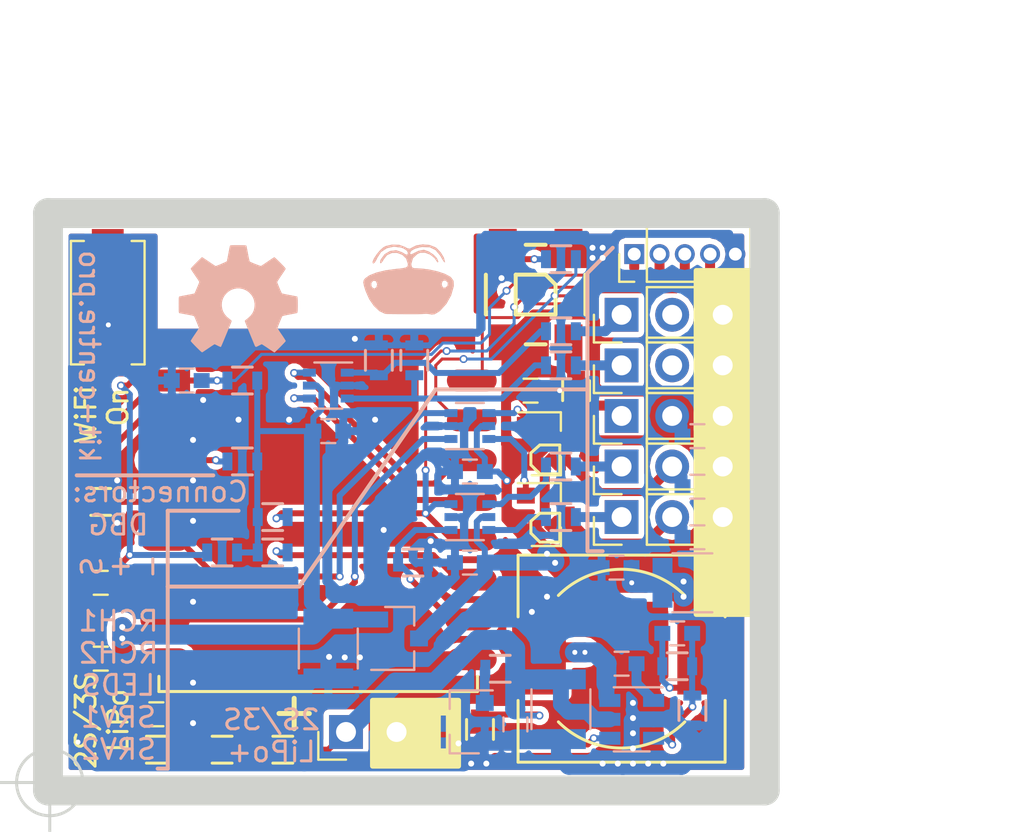
<source format=kicad_pcb>
(kicad_pcb (version 4) (host pcbnew 4.0.6-e0-6349~53~ubuntu14.04.1)
  (layers (0 F.Cu signal) (31 B.Cu signal) (34 B.Paste user hide) (35 F.Paste user hide) (36 B.SilkS user hide) (37 F.SilkS user hide) (38 B.Mask user hide) (39 F.Mask user hide) (44 Edge.Cuts user))
  (net 0 "")
  (net 1 +12P)
  (net 2 GND)
  (net 3 +5V)
  (net 4 "Net-(C105-Pad1)")
  (net 5 "Net-(C105-Pad2)")
  (net 6 /ADC)
  (net 7 +3V3)
  (net 8 "Net-(C111-Pad2)")
  (net 9 /GPIO12)
  (net 10 /REST)
  (net 11 "Net-(D101-Pad4)")
  (net 12 "Net-(LED101-Pad2)")
  (net 13 "Net-(LED101-Pad4)")
  (net 14 "Net-(P101-Pad1)")
  (net 15 "Net-(P102-Pad1)")
  (net 16 "Net-(P103-Pad2)")
  (net 17 "Net-(P104-Pad1)")
  (net 18 "Net-(P105-Pad1)")
  (net 19 "Net-(P106-Pad1)")
  (net 20 "Net-(Q101-Pad1)")
  (net 21 /LED_DATA)
  (net 22 "Net-(R103-Pad2)")
  (net 23 "Net-(R105-Pad2)")
  (net 24 "Net-(R108-Pad2)")
  (net 25 "Net-(R111-Pad1)")
  (net 26 "Net-(R112-Pad1)")
  (net 27 "Net-(R116-Pad2)")
  (net 28 /GPIO0)
  (net 29 /GPIO15)
  (net 30 /GPIO2)
  (net 31 /GPIO16)
  (net 32 /GPIO4)
  (net 33 /GPIO5)
  (net 34 /TxD)
  (net 35 /PCH1)
  (net 36 /PCH2)
  (net 37 "Net-(Q102-Pad1)")
  (net 38 "Net-(Q103-Pad1)")
  (net 39 /GPIO13)
  (net 40 /GPIO14)
  (module icool_n:VIA-0.5mm (layer F.Cu) (at 151.765 94.2855)
    (fp_text reference REF** hide)
    (fp_text value VIA-0.5mm hide)
    (pad 1 thru_hole circle (at 0 0) (size 0.5 0.5) (drill 0.3) (layers *.Cu) (net 2 GND))
  )
  (module icool_n:VIA-0.5mm (layer F.Cu) (at 164.211 90.2215)
    (fp_text reference REF** hide)
    (fp_text value VIA-0.5mm hide)
    (pad 1 thru_hole circle (at 0 0) (size 0.5 0.5) (drill 0.3) (layers *.Cu) (net 2 GND))
  )
  (module icool_n:VIA-0.5mm (layer F.Cu) (at 163.703 90.2215)
    (fp_text reference REF** hide)
    (fp_text value VIA-0.5mm hide)
    (pad 1 thru_hole circle (at 0 0) (size 0.5 0.5) (drill 0.3) (layers *.Cu) (net 2 GND))
  )
  (module icool_n:VIA-0.5mm (layer F.Cu) (at 164.211 89.7135)
    (fp_text reference REF** hide)
    (fp_text value VIA-0.5mm hide)
    (pad 1 thru_hole circle (at 0 0) (size 0.5 0.5) (drill 0.3) (layers *.Cu) (net 2 GND))
  )
  (module icool_n:VIA-0.5mm (layer F.Cu) (at 161.8234 105.5377)
    (fp_text reference REF** hide)
    (fp_text value VIA-0.5mm hide)
    (pad 1 thru_hole circle (at 0 0) (size 0.5 0.5) (drill 0.3) (layers *.Cu) (net 3 +5V))
  )
  (module icool_n:VIA-0.5mm (layer F.Cu) (at 150.4696 110.2621)
    (fp_text reference REF** hide)
    (fp_text value VIA-0.5mm hide)
    (pad 1 thru_hole circle (at 0 0) (size 0.5 0.5) (drill 0.3) (layers *.Cu) (net 2 GND))
  )
  (module icool_n:VIA-0.5mm (layer F.Cu) (at 140.081 109.335)
    (fp_text reference REF** hide)
    (fp_text value VIA-0.5mm hide)
    (pad 1 thru_hole circle (at 0 0) (size 0.5 0.5) (drill 0.3) (layers *.Cu) (net 7 +3V3))
  )
  (module icool_n:VIA-0.5mm (layer F.Cu) (at 140.081 108.7635)
    (fp_text reference REF** hide)
    (fp_text value VIA-0.5mm hide)
    (pad 1 thru_hole circle (at 0 0) (size 0.5 0.5) (drill 0.3) (layers *.Cu) (net 7 +3V3))
  )
  (module icool_n:VIA-0.5mm (layer F.Cu) (at 168.275 107.2395)
    (fp_text reference REF** hide)
    (fp_text value VIA-0.5mm hide)
    (pad 1 thru_hole circle (at 0 0) (size 0.5 0.5) (drill 0.3) (layers *.Cu) (net 3 +5V))
  )
  (module icool_n:VIA-0.5mm (layer F.Cu) (at 161.417 105.0805)
    (fp_text reference REF** hide)
    (fp_text value VIA-0.5mm hide)
    (pad 1 thru_hole circle (at 0 0) (size 0.5 0.5) (drill 0.3) (layers *.Cu) (net 3 +5V))
  )
  (module icool_n:VIA-0.5mm (layer F.Cu) (at 168.275 106.4775)
    (fp_text reference REF** hide)
    (fp_text value VIA-0.5mm hide)
    (pad 1 thru_hole circle (at 0 0) (size 0.5 0.5) (drill 0.3) (layers *.Cu) (net 3 +5V))
  )
  (module icool_n:VIA-0.5mm (layer F.Cu) (at 159.131 91.2375)
    (fp_text reference REF** hide)
    (fp_text value VIA-0.5mm hide)
    (pad 1 thru_hole circle (at 0 0) (size 0.5 0.5) (drill 0.3) (layers *.Cu) (net 2 GND))
  )
  (module icool_n:VIA-0.5mm (layer F.Cu) (at 163.703 89.7135)
    (fp_text reference REF** hide)
    (fp_text value VIA-0.5mm hide)
    (pad 1 thru_hole circle (at 0 0) (size 0.5 0.5) (drill 0.3) (layers *.Cu) (net 2 GND))
  )
  (module icool_n:VIA-0.5mm (layer F.Cu) (at 139.827 103.5311)
    (fp_text reference REF** hide)
    (fp_text value VIA-0.5mm hide)
    (pad 1 thru_hole circle (at 0 0) (size 0.5 0.5) (drill 0.3) (layers *.Cu) (net 2 GND))
  )
  (module icool_n:VIA-0.5mm (layer F.Cu) (at 139.827 101.3975)
    (fp_text reference REF** hide)
    (fp_text value VIA-0.5mm hide)
    (pad 1 thru_hole circle (at 0 0) (size 0.5 0.5) (drill 0.3) (layers *.Cu) (net 2 GND))
  )
  (module icool_n:VIA-0.5mm (layer F.Cu) (at 144.145 97.3589)
    (fp_text reference REF** hide)
    (fp_text value VIA-0.5mm hide)
    (pad 1 thru_hole circle (at 0 0) (size 0.5 0.5) (drill 0.3) (layers *.Cu) (net 2 GND))
  )
  (module icool_n:VIA-0.5mm (layer F.Cu) (at 143.637 99.3655)
    (fp_text reference REF** hide)
    (fp_text value VIA-0.5mm hide)
    (pad 1 thru_hole circle (at 0 0) (size 0.5 0.5) (drill 0.3) (layers *.Cu) (net 2 GND))
  )
  (module icool_n:VIA-0.5mm (layer F.Cu) (at 143.637 101.3975)
    (fp_text reference REF** hide)
    (fp_text value VIA-0.5mm hide)
    (pad 1 thru_hole circle (at 0 0) (size 0.5 0.5) (drill 0.3) (layers *.Cu) (net 2 GND))
  )
  (module icool_n:VIA-0.5mm (layer F.Cu) (at 143.637 103.4295)
    (fp_text reference REF** hide)
    (fp_text value VIA-0.5mm hide)
    (pad 1 thru_hole circle (at 0 0) (size 0.5 0.5) (drill 0.3) (layers *.Cu) (net 2 GND))
  )
  (module icool_n:VIA-0.5mm (layer F.Cu) (at 143.637 107.4935)
    (fp_text reference REF** hide)
    (fp_text value VIA-0.5mm hide)
    (pad 1 thru_hole circle (at 0 0) (size 0.5 0.5) (drill 0.3) (layers *.Cu) (net 2 GND))
  )
  (module icool_n:VIA-0.5mm (layer F.Cu) (at 143.637 111.5575)
    (fp_text reference REF** hide)
    (fp_text value VIA-0.5mm hide)
    (pad 1 thru_hole circle (at 0 0) (size 0.5 0.5) (drill 0.3) (layers *.Cu) (net 2 GND))
  )
  (module icool_n:VIA-0.5mm (layer F.Cu) (at 143.637 113.5895)
    (fp_text reference REF** hide)
    (fp_text value VIA-0.5mm hide)
    (pad 1 thru_hole circle (at 0 0) (size 0.5 0.5) (drill 0.3) (layers *.Cu) (net 2 GND))
  )
  (module icool_n:VIA-0.5mm (layer F.Cu) (at 160.655 108.0015)
    (fp_text reference REF** hide)
    (fp_text value VIA-0.5mm hide)
    (pad 1 thru_hole circle (at 0 0) (size 0.5 0.5) (drill 0.3) (layers *.Cu) (net 2 GND))
  )
  (module icool_n:VIA-0.5mm (layer F.Cu) (at 161.417 107.2395)
    (fp_text reference REF** hide)
    (fp_text value VIA-0.5mm hide)
    (pad 1 thru_hole circle (at 0 0) (size 0.5 0.5) (drill 0.3) (layers *.Cu) (net 2 GND))
  )
  (module icool_n:VIA-0.5mm (layer F.Cu) (at 155.575 104.4455)
    (fp_text reference REF** hide)
    (fp_text value VIA-0.5mm hide)
    (pad 1 thru_hole circle (at 0 0) (size 0.5 0.5) (drill 0.3) (layers *.Cu) (net 2 GND))
  )
  (module icool_n:VIA-0.5mm (layer F.Cu) (at 153.2128 103.8867)
    (fp_text reference REF** hide)
    (fp_text value VIA-0.5mm hide)
    (pad 1 thru_hole circle (at 0 0) (size 0.5 0.5) (drill 0.3) (layers *.Cu) (net 2 GND))
  )
  (module icool_n:VIA-0.5mm (layer F.Cu) (at 145.923 98.3495)
    (fp_text reference REF** hide)
    (fp_text value VIA-0.5mm hide)
    (pad 1 thru_hole circle (at 0 0) (size 0.5 0.5) (drill 0.3) (layers *.Cu) (net 2 GND))
  )
  (module icool_n:VIA-0.5mm (layer F.Cu) (at 148.463 98.3495)
    (fp_text reference REF** hide)
    (fp_text value VIA-0.5mm hide)
    (pad 1 thru_hole circle (at 0 0) (size 0.5 0.5) (drill 0.3) (layers *.Cu) (net 2 GND))
  )
  (module icool_n:VIA-0.5mm (layer F.Cu) (at 152.781 98.3495)
    (fp_text reference REF** hide)
    (fp_text value VIA-0.5mm hide)
    (pad 1 thru_hole circle (at 0 0) (size 0.5 0.5) (drill 0.3) (layers *.Cu) (net 2 GND))
  )
  (module icool_n:VIA-0.5mm (layer F.Cu) (at 152.019 110.2875)
    (fp_text reference REF** hide)
    (fp_text value VIA-0.5mm hide)
    (pad 1 thru_hole circle (at 0 0) (size 0.5 0.5) (drill 0.3) (layers *.Cu) (net 2 GND))
  )
  (module icool_n:VIA-0.5mm (layer F.Cu) (at 151.257 110.2875)
    (fp_text reference REF** hide)
    (fp_text value VIA-0.5mm hide)
    (pad 1 thru_hole circle (at 0 0) (size 0.5 0.5) (drill 0.3) (layers *.Cu) (net 2 GND))
  )
  (module icool_n:VIA-0.5mm (layer F.Cu) (at 156.972 114.6055)
    (fp_text reference REF** hide)
    (fp_text value VIA-0.5mm hide)
    (pad 1 thru_hole circle (at 0 0) (size 0.5 0.5) (drill 0.3) (layers *.Cu) (net 2 GND))
  )
  (module icool_n:VIA-0.5mm (layer F.Cu) (at 157.607 115.6215)
    (fp_text reference REF** hide)
    (fp_text value VIA-0.5mm hide)
    (pad 1 thru_hole circle (at 0 0) (size 0.5 0.5) (drill 0.3) (layers *.Cu) (net 2 GND))
  )
  (module icool_n:VIA-0.5mm (layer F.Cu) (at 158.369 115.6215)
    (fp_text reference REF** hide)
    (fp_text value VIA-0.5mm hide)
    (pad 1 thru_hole circle (at 0 0) (size 0.5 0.5) (drill 0.3) (layers *.Cu) (net 2 GND))
  )
  (module icool_n:VIA-0.5mm (layer F.Cu) (at 164.211 115.6215)
    (fp_text reference REF** hide)
    (fp_text value VIA-0.5mm hide)
    (pad 1 thru_hole circle (at 0 0) (size 0.5 0.5) (drill 0.3) (layers *.Cu) (net 2 GND))
  )
  (module icool_n:VIA-0.5mm (layer F.Cu) (at 167.259 115.6215)
    (fp_text reference REF** hide)
    (fp_text value VIA-0.5mm hide)
    (pad 1 thru_hole circle (at 0 0) (size 0.5 0.5) (drill 0.3) (layers *.Cu) (net 2 GND))
  )
  (module icool_n:VIA-0.5mm (layer F.Cu) (at 166.497 115.6215)
    (fp_text reference REF** hide)
    (fp_text value VIA-0.5mm hide)
    (pad 1 thru_hole circle (at 0 0) (size 0.5 0.5) (drill 0.3) (layers *.Cu) (net 2 GND))
  )
  (module icool_n:VIA-0.5mm (layer F.Cu) (at 164.973 115.6215)
    (fp_text reference REF** hide)
    (fp_text value VIA-0.5mm hide)
    (pad 1 thru_hole circle (at 0 0) (size 0.5 0.5) (drill 0.3) (layers *.Cu) (net 2 GND))
  )
  (module icool_n:VIA-0.5mm (layer F.Cu) (at 165.735 115.6215)
    (fp_text reference REF** hide)
    (fp_text value VIA-0.5mm hide)
    (pad 1 thru_hole circle (at 0 0) (size 0.5 0.5) (drill 0.3) (layers *.Cu) (net 2 GND))
  )
  (module icool_n:VIA-0.5mm (layer F.Cu) (at 165.735 112.5735)
    (fp_text reference REF** hide)
    (fp_text value VIA-0.5mm hide)
    (pad 1 thru_hole circle (at 0 0) (size 0.5 0.5) (drill 0.3) (layers *.Cu) (net 2 GND))
  )
  (module icool_n:VIA-0.5mm (layer F.Cu) (at 165.735 114.8595)
    (fp_text reference REF** hide)
    (fp_text value VIA-0.5mm hide)
    (pad 1 thru_hole circle (at 0 0) (size 0.5 0.5) (drill 0.3) (layers *.Cu) (net 2 GND))
  )
  (module icool_n:VIA-0.5mm (layer F.Cu) (at 165.735 114.0975)
    (fp_text reference REF** hide)
    (fp_text value VIA-0.5mm hide)
    (pad 1 thru_hole circle (at 0 0) (size 0.5 0.5) (drill 0.3) (layers *.Cu) (net 2 GND))
  )
  (module Pin_Headers:Pin_Header_Straight_1x05_Pitch1.27mm (layer F.Cu) (at 165.7985 90.031 90)
    (fp_text reference P107 hide)
    (fp_text value PRG)
    (pad 1 thru_hole rect (at 0 0 90) (size 1 1) (drill 0.65) (layers *.Cu *.Mask) (net 10 /REST))
    (pad 2 thru_hole oval (at 0 1.27 90) (size 1 1) (drill 0.65) (layers *.Cu *.Mask) (net 28 /GPIO0))
    (pad 3 thru_hole oval (at 0 2.54 90) (size 1 1) (drill 0.65) (layers *.Cu *.Mask) (net 21 /LED_DATA))
    (pad 4 thru_hole oval (at 0 3.81 90) (size 1 1) (drill 0.65) (layers *.Cu *.Mask) (net 34 /TxD))
    (pad 5 thru_hole oval (at 0 5.08 90) (size 1 1) (drill 0.65) (layers *.Cu *.Mask) (net 2 GND))
  )
  (module Choke_SMD:Choke_SMD_10.4x10.4_H4.8 (layer F.Cu) (at 165.1635 110.351)
    (fp_text reference L101)
    (fp_text value 8.2uH)
    (pad 1 smd rect (at -4.15 0) (size 2.7 3.6) (layers F.Cu F.Paste F.Mask) (net 4 "Net-(C105-Pad1)"))
    (pad 2 smd rect (at 4.15 0) (size 2.7 3.6) (layers F.Cu F.Paste F.Mask) (net 3 +5V))
  )
  (module icool_n:VIA-0.5mm (layer F.Cu) (at 165.735 113.3355)
    (fp_text reference REF** hide)
    (fp_text value VIA-0.5mm hide)
    (pad 1 thru_hole circle (at 0 0) (size 0.5 0.5) (drill 0.3) (layers *.Cu) (net 2 GND))
  )
  (module Capacitors_SMD:C_0603 (layer B.Cu) (at 159.8295 113.653 270)
    (fp_text reference C101)
    (fp_text value 100NF)
    (pad 1 smd rect (at -0.75 0 270) (size 0.8 0.75) (layers B.Cu B.Paste B.Mask) (net 1 +12P))
    (pad 2 smd rect (at 0.75 0 270) (size 0.8 0.75) (layers B.Cu B.Paste B.Mask) (net 2 GND))
  )
  (module Capacitors_SMD:C_0603 (layer B.Cu) (at 157.5435 105.525)
    (fp_text reference C103)
    (fp_text value 100NF)
    (pad 1 smd rect (at -0.75 0) (size 0.8 0.75) (layers B.Cu B.Paste B.Mask) (net 2 GND))
    (pad 2 smd rect (at 0.75 0) (size 0.8 0.75) (layers B.Cu B.Paste B.Mask) (net 3 +5V))
  )
  (module Capacitors_SMD:C_0603 (layer F.Cu) (at 160.5915 96.889 180)
    (fp_text reference C104)
    (fp_text value 100NF)
    (pad 1 smd rect (at -0.75 0 180) (size 0.8 0.75) (layers F.Cu F.Paste F.Mask) (net 2 GND))
    (pad 2 smd rect (at 0.75 0 180) (size 0.8 0.75) (layers F.Cu F.Paste F.Mask) (net 3 +5V))
  )
  (module Capacitors_SMD:C_0603 (layer B.Cu) (at 165.1635 110.605)
    (fp_text reference C105)
    (fp_text value 100NF)
    (pad 1 smd rect (at -0.75 0) (size 0.8 0.75) (layers B.Cu B.Paste B.Mask) (net 4 "Net-(C105-Pad1)"))
    (pad 2 smd rect (at 0.75 0) (size 0.8 0.75) (layers B.Cu B.Paste B.Mask) (net 5 "Net-(C105-Pad2)"))
  )
  (module Capacitors_SMD:C_0603 (layer F.Cu) (at 141.7955 113.145 180)
    (fp_text reference C106)
    (fp_text value 100NF)
    (pad 1 smd rect (at -0.75 0 180) (size 0.8 0.75) (layers F.Cu F.Paste F.Mask) (net 6 /ADC))
    (pad 2 smd rect (at 0.75 0 180) (size 0.8 0.75) (layers F.Cu F.Paste F.Mask) (net 2 GND))
  )
  (module Capacitors_SMD:C_0603 (layer B.Cu) (at 150.4315 98.921 180)
    (fp_text reference C107)
    (fp_text value 100NF)
    (pad 1 smd rect (at -0.75 0 180) (size 0.8 0.75) (layers B.Cu B.Paste B.Mask) (net 2 GND))
    (pad 2 smd rect (at 0.75 0 180) (size 0.8 0.75) (layers B.Cu B.Paste B.Mask) (net 7 +3V3))
  )
  (module Capacitors_SMD:C_0603 (layer B.Cu) (at 168.9735 101.715 180)
    (fp_text reference C108)
    (fp_text value 100NF)
    (pad 1 smd rect (at -0.75 0 180) (size 0.8 0.75) (layers B.Cu B.Paste B.Mask) (net 2 GND))
    (pad 2 smd rect (at 0.75 0 180) (size 0.8 0.75) (layers B.Cu B.Paste B.Mask) (net 35 /PCH1))
  )
  (module Capacitors_SMD:C_0603 (layer B.Cu) (at 168.9735 104.255 180)
    (fp_text reference C109)
    (fp_text value 100NF)
    (pad 1 smd rect (at -0.75 0 180) (size 0.8 0.75) (layers B.Cu B.Paste B.Mask) (net 2 GND))
    (pad 2 smd rect (at 0.75 0 180) (size 0.8 0.75) (layers B.Cu B.Paste B.Mask) (net 36 /PCH2))
  )
  (module Capacitors_SMD:C_0603 (layer B.Cu) (at 168.9735 99.175 180)
    (fp_text reference C110)
    (fp_text value 100NF)
    (pad 1 smd rect (at -0.75 0 180) (size 0.8 0.75) (layers B.Cu B.Paste B.Mask) (net 2 GND))
    (pad 2 smd rect (at 0.75 0 180) (size 0.8 0.75) (layers B.Cu B.Paste B.Mask) (net 3 +5V))
  )
  (module Capacitors_SMD:C_0603 (layer B.Cu) (at 167.9575 109.081)
    (fp_text reference C111)
    (fp_text value 100NF)
    (pad 1 smd rect (at -0.75 0) (size 0.8 0.75) (layers B.Cu B.Paste B.Mask) (net 3 +5V))
    (pad 2 smd rect (at 0.75 0) (size 0.8 0.75) (layers B.Cu B.Paste B.Mask) (net 8 "Net-(C111-Pad2)"))
  )
  (module Capacitors_SMD:C_0603 (layer B.Cu) (at 164.9095 105.779 180)
    (fp_text reference C112)
    (fp_text value 100NF)
    (pad 1 smd rect (at -0.75 0 180) (size 0.8 0.75) (layers B.Cu B.Paste B.Mask) (net 3 +5V))
    (pad 2 smd rect (at 0.75 0 180) (size 0.8 0.75) (layers B.Cu B.Paste B.Mask) (net 2 GND))
  )
  (module Capacitors_SMD:C_0603 (layer F.Cu) (at 139.0015 110.351 180)
    (fp_text reference C114)
    (fp_text value 100NF)
    (pad 1 smd rect (at -0.75 0 180) (size 0.8 0.75) (layers F.Cu F.Paste F.Mask) (net 7 +3V3))
    (pad 2 smd rect (at 0.75 0 180) (size 0.8 0.75) (layers F.Cu F.Paste F.Mask) (net 2 GND))
  )
  (module Capacitors_SMD:C_0603 (layer F.Cu) (at 139.0015 106.541)
    (fp_text reference C116)
    (fp_text value 100NF)
    (pad 1 smd rect (at -0.75 0) (size 0.8 0.75) (layers F.Cu F.Paste F.Mask) (net 2 GND))
    (pad 2 smd rect (at 0.75 0) (size 0.8 0.75) (layers F.Cu F.Paste F.Mask) (net 9 /GPIO12))
  )
  (module Capacitors_SMD:C_0603 (layer B.Cu) (at 143.3195 96.381)
    (fp_text reference C117)
    (fp_text value 100NF)
    (pad 1 smd rect (at -0.75 0) (size 0.8 0.75) (layers B.Cu B.Paste B.Mask) (net 2 GND))
    (pad 2 smd rect (at 0.75 0) (size 0.8 0.75) (layers B.Cu B.Paste B.Mask) (net 10 /REST))
  )
  (module TO_SOT_Packages_SMD:SOT-23-6 (layer B.Cu) (at 165.6715 113.399 180)
    (fp_text reference D101)
    (fp_text value MT2492)
    (pad 1 smd rect (at -1.1 0.95 180) (size 1.06 0.65) (layers B.Cu B.Paste B.Mask) (net 5 "Net-(C105-Pad2)"))
    (pad 2 smd rect (at -1.1 0 180) (size 1.06 0.65) (layers B.Cu B.Paste B.Mask) (net 2 GND))
    (pad 3 smd rect (at -1.1 -0.95 180) (size 1.06 0.65) (layers B.Cu B.Paste B.Mask) (net 8 "Net-(C111-Pad2)"))
    (pad 4 smd rect (at 1.1 -0.95 180) (size 1.06 0.65) (layers B.Cu B.Paste B.Mask) (net 11 "Net-(D101-Pad4)"))
    (pad 6 smd rect (at 1.1 0.95 180) (size 1.06 0.65) (layers B.Cu B.Paste B.Mask) (net 4 "Net-(C105-Pad1)"))
    (pad 5 smd rect (at 1.1 0 180) (size 1.06 0.65) (layers B.Cu B.Paste B.Mask) (net 1 +12P))
  )
  (module WS2812B:WS2812B (layer F.Cu) (at 160.8455 92.063 180)
    (fp_text reference LED101)
    (fp_text value WS2812B hide)
    (pad 1 smd rect (at 1.65 -2.4 180) (size 1.4 1.8) (layers F.Cu F.Paste F.Mask) (net 3 +5V))
    (pad 2 smd rect (at -1.65 -2.4 180) (size 1.4 1.8) (layers F.Cu F.Paste F.Mask) (net 12 "Net-(LED101-Pad2)"))
    (pad 3 smd rect (at -1.65 2.4 180) (size 1.4 1.8) (layers F.Cu F.Paste F.Mask) (net 2 GND))
    (pad 4 smd rect (at 1.65 2.4 180) (size 1.4 1.8) (layers F.Cu F.Paste F.Mask) (net 13 "Net-(LED101-Pad4)"))
  )
  (module TO_SOT_Packages_SMD:SOT-23 (layer B.Cu) (at 157.2895 113.526 180)
    (fp_text reference Q101)
    (fp_text value DMG3420U)
    (pad 1 smd rect (at -1 0.95 180) (size 0.9 0.8) (layers B.Cu B.Paste B.Mask) (net 20 "Net-(Q101-Pad1)"))
    (pad 2 smd rect (at -1 -0.95 180) (size 0.9 0.8) (layers B.Cu B.Paste B.Mask) (net 2 GND))
    (pad 3 smd rect (at 1 0 180) (size 0.9 0.8) (layers B.Cu B.Paste B.Mask) (net 16 "Net-(P103-Pad2)"))
  )
  (module Resistors_SMD:R_0603 (layer B.Cu) (at 162.1155 90.285)
    (fp_text reference R101)
    (fp_text value 330R)
    (pad 1 smd rect (at -0.75 0) (size 0.5 0.9) (layers B.Cu B.Paste B.Mask) (net 13 "Net-(LED101-Pad4)"))
    (pad 2 smd rect (at 0.75 0) (size 0.5 0.9) (layers B.Cu B.Paste B.Mask) (net 21 /LED_DATA))
  )
  (module Resistors_SMD:R_0603 (layer F.Cu) (at 158.0515 113.907 270)
    (fp_text reference R102)
    (fp_text value 10k)
    (pad 1 smd rect (at -0.75 0 270) (size 0.5 0.9) (layers F.Cu F.Paste F.Mask) (net 1 +12P))
    (pad 2 smd rect (at 0.75 0 270) (size 0.5 0.9) (layers F.Cu F.Paste F.Mask) (net 11 "Net-(D101-Pad4)"))
  )
  (module Resistors_SMD:R_0603 (layer B.Cu) (at 162.1155 93.9045 180)
    (fp_text reference R103)
    (fp_text value 330R)
    (pad 1 smd rect (at -0.75 0 180) (size 0.5 0.9) (layers B.Cu B.Paste B.Mask) (net 14 "Net-(P101-Pad1)"))
    (pad 2 smd rect (at 0.75 0 180) (size 0.5 0.9) (layers B.Cu B.Paste B.Mask) (net 22 "Net-(R103-Pad2)"))
  )
  (module Resistors_SMD:R_0603 (layer B.Cu) (at 152.9715 95.365 270)
    (fp_text reference R104)
    (fp_text value 10k)
    (pad 1 smd rect (at -0.75 0 270) (size 0.5 0.9) (layers B.Cu B.Paste B.Mask) (net 2 GND))
    (pad 2 smd rect (at 0.75 0 270) (size 0.5 0.9) (layers B.Cu B.Paste B.Mask) (net 22 "Net-(R103-Pad2)"))
  )
  (module Resistors_SMD:R_0603 (layer B.Cu) (at 162.1155 95.619 180)
    (fp_text reference R105)
    (fp_text value 330R)
    (pad 1 smd rect (at -0.75 0 180) (size 0.5 0.9) (layers B.Cu B.Paste B.Mask) (net 15 "Net-(P102-Pad1)"))
    (pad 2 smd rect (at 0.75 0 180) (size 0.5 0.9) (layers B.Cu B.Paste B.Mask) (net 23 "Net-(R105-Pad2)"))
  )
  (module Resistors_SMD:R_0603 (layer B.Cu) (at 154.7495 95.365 270)
    (fp_text reference R106)
    (fp_text value 10k)
    (pad 1 smd rect (at -0.75 0 270) (size 0.5 0.9) (layers B.Cu B.Paste B.Mask) (net 2 GND))
    (pad 2 smd rect (at 0.75 0 270) (size 0.5 0.9) (layers B.Cu B.Paste B.Mask) (net 23 "Net-(R105-Pad2)"))
  )
  (module Resistors_SMD:R_0603 (layer B.Cu) (at 159.0675 110.859)
    (fp_text reference R107)
    (fp_text value 330R)
    (pad 1 smd rect (at -0.75 0) (size 0.5 0.9) (layers B.Cu B.Paste B.Mask) (net 20 "Net-(Q101-Pad1)"))
    (pad 2 smd rect (at 0.75 0) (size 0.5 0.9) (layers B.Cu B.Paste B.Mask) (net 1 +12P))
  )
  (module Resistors_SMD:R_0603 (layer F.Cu) (at 148.1455 114.923 180)
    (fp_text reference R108)
    (fp_text value 10k)
    (pad 1 smd rect (at -0.75 0 180) (size 0.5 0.9) (layers F.Cu F.Paste F.Mask) (net 1 +12P))
    (pad 2 smd rect (at 0.75 0 180) (size 0.5 0.9) (layers F.Cu F.Paste F.Mask) (net 24 "Net-(R108-Pad2)"))
  )
  (module Resistors_SMD:R_0603 (layer F.Cu) (at 145.0975 114.923 180)
    (fp_text reference R109)
    (fp_text value 110k)
    (pad 1 smd rect (at -0.75 0 180) (size 0.5 0.9) (layers F.Cu F.Paste F.Mask) (net 24 "Net-(R108-Pad2)"))
    (pad 2 smd rect (at 0.75 0 180) (size 0.5 0.9) (layers F.Cu F.Paste F.Mask) (net 6 /ADC))
  )
  (module Resistors_SMD:R_0603 (layer F.Cu) (at 141.7955 114.923)
    (fp_text reference R110)
    (fp_text value 10k)
    (pad 1 smd rect (at -0.75 0) (size 0.5 0.9) (layers F.Cu F.Paste F.Mask) (net 2 GND))
    (pad 2 smd rect (at 0.75 0) (size 0.5 0.9) (layers F.Cu F.Paste F.Mask) (net 6 /ADC))
  )
  (module Resistors_SMD:R_0603 (layer B.Cu) (at 162.1155 100.699)
    (fp_text reference R111)
    (fp_text value 330R)
    (pad 1 smd rect (at -0.75 0) (size 0.5 0.9) (layers B.Cu B.Paste B.Mask) (net 25 "Net-(R111-Pad1)"))
    (pad 2 smd rect (at 0.75 0) (size 0.5 0.9) (layers B.Cu B.Paste B.Mask) (net 17 "Net-(P104-Pad1)"))
  )
  (module Resistors_SMD:R_0603 (layer B.Cu) (at 162.1155 103.239)
    (fp_text reference R112)
    (fp_text value 330R)
    (pad 1 smd rect (at -0.75 0) (size 0.5 0.9) (layers B.Cu B.Paste B.Mask) (net 26 "Net-(R112-Pad1)"))
    (pad 2 smd rect (at 0.75 0) (size 0.5 0.9) (layers B.Cu B.Paste B.Mask) (net 18 "Net-(P105-Pad1)"))
  )
  (module Resistors_SMD:R_0603 (layer F.Cu) (at 162.8775 96.889 90)
    (fp_text reference R113)
    (fp_text value 330R)
    (pad 1 smd rect (at -0.75 0 90) (size 0.5 0.9) (layers F.Cu F.Paste F.Mask) (net 19 "Net-(P106-Pad1)"))
    (pad 2 smd rect (at 0.75 0 90) (size 0.5 0.9) (layers F.Cu F.Paste F.Mask) (net 12 "Net-(LED101-Pad2)"))
  )
  (module Resistors_SMD:R_0603 (layer B.Cu) (at 167.9575 110.732 180)
    (fp_text reference R114)
    (fp_text value 110k)
    (pad 1 smd rect (at -0.75 0 180) (size 0.5 0.9) (layers B.Cu B.Paste B.Mask) (net 8 "Net-(C111-Pad2)"))
    (pad 2 smd rect (at 0.75 0 180) (size 0.5 0.9) (layers B.Cu B.Paste B.Mask) (net 3 +5V))
  )
  (module Resistors_SMD:R_0603 (layer B.Cu) (at 168.7195 112.9545 90)
    (fp_text reference R115)
    (fp_text value 15k)
    (pad 1 smd rect (at -0.75 0 90) (size 0.5 0.9) (layers B.Cu B.Paste B.Mask) (net 2 GND))
    (pad 2 smd rect (at 0.75 0 90) (size 0.5 0.9) (layers B.Cu B.Paste B.Mask) (net 8 "Net-(C111-Pad2)"))
  )
  (module Resistors_SMD:R_0603 (layer B.Cu) (at 146.1135 100.445 180)
    (fp_text reference R116)
    (fp_text value 10k)
    (pad 1 smd rect (at -0.75 0 180) (size 0.5 0.9) (layers B.Cu B.Paste B.Mask) (net 7 +3V3))
    (pad 2 smd rect (at 0.75 0 180) (size 0.5 0.9) (layers B.Cu B.Paste B.Mask) (net 27 "Net-(R116-Pad2)"))
  )
  (module Resistors_SMD:R_0603 (layer B.Cu) (at 145.0975 105.017 180)
    (fp_text reference R117)
    (fp_text value 10k)
    (pad 1 smd rect (at -0.75 0 180) (size 0.5 0.9) (layers B.Cu B.Paste B.Mask) (net 7 +3V3))
    (pad 2 smd rect (at 0.75 0 180) (size 0.5 0.9) (layers B.Cu B.Paste B.Mask) (net 9 /GPIO12))
  )
  (module Resistors_SMD:R_0603 (layer B.Cu) (at 147.6375 103.239 180)
    (fp_text reference R118)
    (fp_text value 10k)
    (pad 1 smd rect (at -0.75 0 180) (size 0.5 0.9) (layers B.Cu B.Paste B.Mask) (net 28 /GPIO0))
    (pad 2 smd rect (at 0.75 0 180) (size 0.5 0.9) (layers B.Cu B.Paste B.Mask) (net 7 +3V3))
  )
  (module Resistors_SMD:R_0603 (layer B.Cu) (at 154.686 105.525)
    (fp_text reference R119)
    (fp_text value 10k)
    (pad 1 smd rect (at -0.75 0) (size 0.5 0.9) (layers B.Cu B.Paste B.Mask) (net 29 /GPIO15))
    (pad 2 smd rect (at 0.75 0) (size 0.5 0.9) (layers B.Cu B.Paste B.Mask) (net 2 GND))
  )
  (module Resistors_SMD:R_0603 (layer B.Cu) (at 147.6375 105.017 180)
    (fp_text reference R120)
    (fp_text value 10k)
    (pad 1 smd rect (at -0.75 0 180) (size 0.5 0.9) (layers B.Cu B.Paste B.Mask) (net 30 /GPIO2))
    (pad 2 smd rect (at 0.75 0 180) (size 0.5 0.9) (layers B.Cu B.Paste B.Mask) (net 7 +3V3))
  )
  (module Resistors_SMD:R_0603 (layer B.Cu) (at 146.1135 96.381 180)
    (fp_text reference R121)
    (fp_text value 10k)
    (pad 1 smd rect (at -0.75 0 180) (size 0.5 0.9) (layers B.Cu B.Paste B.Mask) (net 7 +3V3))
    (pad 2 smd rect (at 0.75 0 180) (size 0.5 0.9) (layers B.Cu B.Paste B.Mask) (net 10 /REST))
  )
  (module Resistors_SMD:R_0603 (layer F.Cu) (at 139.0015 102.477)
    (fp_text reference R122)
    (fp_text value 330R)
    (pad 1 smd rect (at -0.75 0) (size 0.5 0.9) (layers F.Cu F.Paste F.Mask) (net 10 /REST))
    (pad 2 smd rect (at 0.75 0) (size 0.5 0.9) (layers F.Cu F.Paste F.Mask) (net 31 /GPIO16))
  )
  (module Buttons_Switches_SMD:SW_SPST_EVQPE1 (layer F.Cu) (at 139.3535 92.471 270)
    (fp_text reference SW101 hide)
    (fp_text value SW_SOFT_POINT)
    (pad 2 smd rect (at 2.7 0 270) (size 2 1.6) (layers F.Cu F.Paste F.Mask) (net 2 GND))
    (pad 1 smd rect (at -2.7 0 270) (size 2 1.6) (layers F.Cu F.Paste F.Mask) (net 9 /GPIO12))
  )
  (module TO_SOT_Packages_SMD:SOT-363_SC-70-6 (layer B.Cu) (at 150.4315 96.635 180)
    (fp_text reference U1)
    (fp_text value 74LVC2G34_VCC)
    (pad 1 smd rect (at -0.95 0.65 180) (size 0.65 0.4) (layers B.Cu B.Paste B.Mask) (net 22 "Net-(R103-Pad2)"))
    (pad 3 smd rect (at -0.95 -0.65 180) (size 0.65 0.4) (layers B.Cu B.Paste B.Mask) (net 23 "Net-(R105-Pad2)"))
    (pad 5 smd rect (at 0.95 0 180) (size 0.65 0.4) (layers B.Cu B.Paste B.Mask) (net 7 +3V3))
    (pad 2 smd rect (at -0.95 0 180) (size 0.65 0.4) (layers B.Cu B.Paste B.Mask) (net 2 GND))
    (pad 4 smd rect (at 0.95 -0.65 180) (size 0.65 0.4) (layers B.Cu B.Paste B.Mask) (net 32 /GPIO4))
    (pad 6 smd rect (at 0.95 0.65 180) (size 0.65 0.4) (layers B.Cu B.Paste B.Mask) (net 33 /GPIO5))
  )
  (module TO_SOT_Packages_SMD:SOT-363_SC-70-6 (layer B.Cu) (at 157.5435 103.239)
    (fp_text reference U2)
    (fp_text value 74LVC2G34_VCC)
    (pad 1 smd rect (at -0.95 0.65) (size 0.65 0.4) (layers B.Cu B.Paste B.Mask) (net 29 /GPIO15))
    (pad 3 smd rect (at -0.95 -0.65) (size 0.65 0.4) (layers B.Cu B.Paste B.Mask) (net 28 /GPIO0))
    (pad 5 smd rect (at 0.95 0) (size 0.65 0.4) (layers B.Cu B.Paste B.Mask) (net 3 +5V))
    (pad 2 smd rect (at -0.95 0) (size 0.65 0.4) (layers B.Cu B.Paste B.Mask) (net 2 GND))
    (pad 4 smd rect (at 0.95 -0.65) (size 0.65 0.4) (layers B.Cu B.Paste B.Mask) (net 25 "Net-(R111-Pad1)"))
    (pad 6 smd rect (at 0.95 0.65) (size 0.65 0.4) (layers B.Cu B.Paste B.Mask) (net 26 "Net-(R112-Pad1)"))
  )
  (module TO_SOT_Packages_SMD:SOT-23 (layer B.Cu) (at 153.9875 109.335)
    (fp_text reference U101)
    (fp_text value AP2210N-3.3TRE1)
    (pad 1 smd rect (at -1 0.95) (size 0.9 0.8) (layers B.Cu B.Paste B.Mask) (net 2 GND))
    (pad 2 smd rect (at -1 -0.95) (size 0.9 0.8) (layers B.Cu B.Paste B.Mask) (net 7 +3V3))
    (pad 3 smd rect (at 1 0) (size 0.9 0.8) (layers B.Cu B.Paste B.Mask) (net 3 +5V))
  )
  (module Pin_Headers:Pin_Header_Straight_1x02_Pitch2.54mm (layer F.Cu) (at 151.3205 114.034 90)
    (fp_text reference P103 hide)
    (fp_text value LiPo)
    (pad 1 thru_hole rect (at 0 0 90) (size 1.7 1.7) (drill 1) (layers *.Cu *.Mask) (net 1 +12P))
    (pad 2 thru_hole oval (at 0 2.54 90) (size 1.7 1.7) (drill 1) (layers *.Cu *.Mask) (net 16 "Net-(P103-Pad2)"))
  )
  (module icool_n:kit (layer B.Cu) (at 154.432 91.428 180)
    (fp_text reference G*** hide)
    (fp_text value LOGO hide)
  )
  (module icool_n:opnhrdw (layer B.Cu) (at 145.923 92.317 180)
    (fp_text reference G*** hide)
    (fp_text value LOGO hide)
  )
  (module Capacitors_SMD:C_0603 (layer B.Cu) (at 157.5435 100.953)
    (fp_text reference C118)
    (fp_text value 100NF)
    (pad 1 smd rect (at -0.75 0) (size 0.8 0.75) (layers B.Cu B.Paste B.Mask) (net 2 GND))
    (pad 2 smd rect (at 0.75 0) (size 0.8 0.75) (layers B.Cu B.Paste B.Mask) (net 3 +5V))
  )
  (module TO_SOT_Packages_SMD:SOT-23 (layer F.Cu) (at 161.3535 99.556)
    (fp_text reference Q102)
    (fp_text value Q_PMOS_GSD)
    (pad 1 smd rect (at -1 -0.95) (size 0.9 0.8) (layers F.Cu F.Paste F.Mask) (net 37 "Net-(Q102-Pad1)"))
    (pad 2 smd rect (at -1 0.95) (size 0.9 0.8) (layers F.Cu F.Paste F.Mask) (net 3 +5V))
    (pad 3 smd rect (at 1 0) (size 0.9 0.8) (layers F.Cu F.Paste F.Mask) (net 35 /PCH1))
  )
  (module TO_SOT_Packages_SMD:SOT-23 (layer F.Cu) (at 161.3535 103.112)
    (fp_text reference Q103)
    (fp_text value Q_PMOS_GSD)
    (pad 1 smd rect (at -1 -0.95) (size 0.9 0.8) (layers F.Cu F.Paste F.Mask) (net 38 "Net-(Q103-Pad1)"))
    (pad 2 smd rect (at -1 0.95) (size 0.9 0.8) (layers F.Cu F.Paste F.Mask) (net 3 +5V))
    (pad 3 smd rect (at 1 0) (size 0.9 0.8) (layers F.Cu F.Paste F.Mask) (net 36 /PCH2))
  )
  (module TO_SOT_Packages_SMD:SOT-363_SC-70-6 (layer B.Cu) (at 157.5435 98.667)
    (fp_text reference U3)
    (fp_text value 74LVC2G34_VCC)
    (pad 1 smd rect (at -0.95 0.65) (size 0.65 0.4) (layers B.Cu B.Paste B.Mask) (net 39 /GPIO13))
    (pad 3 smd rect (at -0.95 -0.65) (size 0.65 0.4) (layers B.Cu B.Paste B.Mask) (net 40 /GPIO14))
    (pad 5 smd rect (at 0.95 0) (size 0.65 0.4) (layers B.Cu B.Paste B.Mask) (net 3 +5V))
    (pad 2 smd rect (at -0.95 0) (size 0.65 0.4) (layers B.Cu B.Paste B.Mask) (net 2 GND))
    (pad 4 smd rect (at 0.95 -0.65) (size 0.65 0.4) (layers B.Cu B.Paste B.Mask) (net 37 "Net-(Q102-Pad1)"))
    (pad 6 smd rect (at 0.95 0.65) (size 0.65 0.4) (layers B.Cu B.Paste B.Mask) (net 38 "Net-(Q103-Pad1)"))
  )
  (module Pin_Headers:Pin_Header_Straight_1x03_Pitch2.54mm (layer F.Cu) (at 165.1635 93.079 90)
    (fp_text reference P101 hide)
    (fp_text value RCV_CH1)
    (pad 1 thru_hole rect (at 0 0 90) (size 1.7 1.7) (drill 1) (layers *.Cu *.Mask) (net 14 "Net-(P101-Pad1)"))
    (pad 2 thru_hole oval (at 0 2.54 90) (size 1.7 1.7) (drill 1) (layers *.Cu *.Mask))
    (pad 3 thru_hole oval (at 0 5.08 90) (size 1.7 1.7) (drill 1) (layers *.Cu *.Mask) (net 2 GND))
  )
  (module Pin_Headers:Pin_Header_Straight_1x03_Pitch2.54mm (layer F.Cu) (at 165.1635 95.619 90)
    (fp_text reference P102 hide)
    (fp_text value RCV_CH2)
    (pad 1 thru_hole rect (at 0 0 90) (size 1.7 1.7) (drill 1) (layers *.Cu *.Mask) (net 15 "Net-(P102-Pad1)"))
    (pad 2 thru_hole oval (at 0 2.54 90) (size 1.7 1.7) (drill 1) (layers *.Cu *.Mask))
    (pad 3 thru_hole oval (at 0 5.08 90) (size 1.7 1.7) (drill 1) (layers *.Cu *.Mask) (net 2 GND))
  )
  (module Pin_Headers:Pin_Header_Straight_1x03_Pitch2.54mm (layer F.Cu) (at 165.1635 100.699 90)
    (fp_text reference P104 hide)
    (fp_text value Servo_CH1)
    (pad 1 thru_hole rect (at 0 0 90) (size 1.7 1.7) (drill 1) (layers *.Cu *.Mask) (net 17 "Net-(P104-Pad1)"))
    (pad 2 thru_hole oval (at 0 2.54 90) (size 1.7 1.7) (drill 1) (layers *.Cu *.Mask) (net 35 /PCH1))
    (pad 3 thru_hole oval (at 0 5.08 90) (size 1.7 1.7) (drill 1) (layers *.Cu *.Mask) (net 2 GND))
  )
  (module Pin_Headers:Pin_Header_Straight_1x03_Pitch2.54mm (layer F.Cu) (at 165.1635 103.239 90)
    (fp_text reference P105 hide)
    (fp_text value Servo_CH2)
    (pad 1 thru_hole rect (at 0 0 90) (size 1.7 1.7) (drill 1) (layers *.Cu *.Mask) (net 18 "Net-(P105-Pad1)"))
    (pad 2 thru_hole oval (at 0 2.54 90) (size 1.7 1.7) (drill 1) (layers *.Cu *.Mask) (net 36 /PCH2))
    (pad 3 thru_hole oval (at 0 5.08 90) (size 1.7 1.7) (drill 1) (layers *.Cu *.Mask) (net 2 GND))
  )
  (module Pin_Headers:Pin_Header_Straight_1x03_Pitch2.54mm (layer F.Cu) (at 165.1635 98.159 90)
    (fp_text reference P106 hide)
    (fp_text value LED_STRIP)
    (pad 1 thru_hole rect (at 0 0 90) (size 1.7 1.7) (drill 1) (layers *.Cu *.Mask) (net 19 "Net-(P106-Pad1)"))
    (pad 2 thru_hole oval (at 0 2.54 90) (size 1.7 1.7) (drill 1) (layers *.Cu *.Mask) (net 3 +5V))
    (pad 3 thru_hole oval (at 0 5.08 90) (size 1.7 1.7) (drill 1) (layers *.Cu *.Mask) (net 2 GND))
  )
  (module icool_n:ESP-12E-SMD (layer F.Cu) (at 142.9385 96.381)
    (fp_text reference U102 hide)
    (fp_text value ESP-12E)
    (pad 1 smd rect (at 0 0) (size 2.5 1.1) (drill (offset -0.7 0)) (layers F.Cu F.Paste F.Mask) (net 10 /REST))
    (pad 2 smd oval (at 0 2) (size 2.5 1.1) (drill (offset -0.7 0)) (layers F.Cu F.Paste F.Mask) (net 6 /ADC))
    (pad 3 smd oval (at 0 4) (size 2.5 1.1) (drill (offset -0.7 0)) (layers F.Cu F.Paste F.Mask) (net 27 "Net-(R116-Pad2)"))
    (pad 4 smd oval (at 0 6) (size 2.5 1.1) (drill (offset -0.7 0)) (layers F.Cu F.Paste F.Mask) (net 31 /GPIO16))
    (pad 5 smd oval (at 0 8) (size 2.5 1.1) (drill (offset -0.7 0)) (layers F.Cu F.Paste F.Mask) (net 40 /GPIO14))
    (pad 6 smd oval (at 0 10) (size 2.5 1.1) (drill (offset -0.7 0)) (layers F.Cu F.Paste F.Mask) (net 9 /GPIO12))
    (pad 7 smd oval (at 0 12) (size 2.5 1.1) (drill (offset -0.7 0)) (layers F.Cu F.Paste F.Mask) (net 39 /GPIO13))
    (pad 8 smd oval (at 0 14) (size 2.5 1.1) (drill (offset -0.7 0)) (layers F.Cu F.Paste F.Mask) (net 7 +3V3))
    (pad 9 smd oval (at 14 14) (size 2.5 1.1) (drill (offset 0.7 0)) (layers F.Cu F.Paste F.Mask) (net 2 GND))
    (pad 10 smd oval (at 14 12) (size 2.5 1.1) (drill (offset 0.6 0)) (layers F.Cu F.Paste F.Mask) (net 29 /GPIO15))
    (pad 11 smd oval (at 14 10) (size 2.5 1.1) (drill (offset 0.7 0)) (layers F.Cu F.Paste F.Mask) (net 30 /GPIO2))
    (pad 12 smd oval (at 14 8) (size 2.5 1.1) (drill (offset 0.7 0)) (layers F.Cu F.Paste F.Mask) (net 28 /GPIO0))
    (pad 13 smd oval (at 14 6) (size 2.5 1.1) (drill (offset 0.7 0)) (layers F.Cu F.Paste F.Mask) (net 32 /GPIO4))
    (pad 14 smd oval (at 14 4) (size 2.5 1.1) (drill (offset 0.7 0)) (layers F.Cu F.Paste F.Mask) (net 33 /GPIO5))
    (pad 15 smd oval (at 14 2) (size 2.5 1.1) (drill (offset 0.7 0)) (layers F.Cu F.Paste F.Mask) (net 21 /LED_DATA))
    (pad 16 smd oval (at 14 0) (size 2.5 1.1) (drill (offset 0.7 0)) (layers F.Cu F.Paste F.Mask) (net 34 /TxD))
  )
  (module Capacitors_SMD:C_1210 (layer B.Cu) (at 162.1155 112.891 270)
    (fp_text reference C102 hide)
    (fp_text value 22u)
    (pad 1 smd rect (at -1.5 0 270) (size 1 2.5) (layers B.Cu B.Paste B.Mask) (net 1 +12P))
    (pad 2 smd rect (at 1.5 0 270) (size 1 2.5) (layers B.Cu B.Paste B.Mask) (net 2 GND))
  )
  (module Capacitors_SMD:C_1210 (layer B.Cu) (at 168.7195 106.541)
    (fp_text reference C113 hide)
    (fp_text value 22u)
    (pad 1 smd rect (at -1.5 0) (size 1 2.5) (layers B.Cu B.Paste B.Mask) (net 3 +5V))
    (pad 2 smd rect (at 1.5 0) (size 1 2.5) (layers B.Cu B.Paste B.Mask) (net 2 GND))
  )
  (module Capacitors_SMD:C_1210 (layer B.Cu) (at 150.4315 109.843 270)
    (fp_text reference C115 hide)
    (fp_text value 22u)
    (pad 1 smd rect (at -1.5 0 270) (size 1 2.5) (layers B.Cu B.Paste B.Mask) (net 7 +3V3))
    (pad 2 smd rect (at 1.5 0 270) (size 1 2.5) (layers B.Cu B.Paste B.Mask) (net 2 GND))
  )
  (module icool_n:Jumper_SOL_HP (layer F.Cu) (at 161.6075 100.318 180)
    (fp_text reference PJ101 hide)
    (fp_text value PJP hide)
    (fp_line (start 0.0762 -0.508) (end 0.508 -0.508) (layer F.Cu) (width 0.15))
    (fp_line (start 0.508 -0.5) (end 1.008 0) (layer F.Cu) (width 0.15))
    (fp_line (start 0.508 0.508) (end 0.0762 0.508) (layer F.Cu) (width 0.15))
    (fp_line (start -0.127 -0.3556) (end -0.127 0.381) (layer F.Cu) (width 0.15))
    (fp_line (start -0.1 0.3) (end 0.1 0.1) (layer F.Cu) (width 0.15))
    (fp_line (start 0.1 0.1) (end 0.1 -0.1) (layer F.Cu) (width 0.15))
    (fp_line (start 0.1 -0.1) (end 0 -0.2) (layer F.Cu) (width 0.15))
    (fp_line (start 0 -0.2) (end 0 0.2) (layer F.Cu) (width 0.15))
    (fp_line (start -0.2206 0.5) (end 0.254 0.0254) (layer F.Cu) (width 0.15))
    (fp_line (start -0.25 -0.5) (end -0.25 0.5) (layer F.Cu) (width 0.15))
    (fp_line (start 0.25 0) (end -0.25 -0.5) (layer F.Cu) (width 0.15))
    (fp_line (start 0.508 -0.5) (end 1.008 0) (layer F.Cu) (width 0.15))
    (fp_line (start 0.381 -0.5) (end 0.881 0) (layer F.Cu) (width 0.15))
    (fp_line (start 0.254 -0.508) (end 0.754 0) (layer F.Cu) (width 0.15))
    (fp_line (start 0.0508 -0.508) (end 0.5588 0) (layer F.Cu) (width 0.15))
    (fp_line (start 0.5 0.508) (end 1.008 0) (layer F.Cu) (width 0.15))
    (fp_line (start 0.373 0.508) (end 0.881 0) (layer F.Cu) (width 0.15))
    (fp_line (start 0.0762 0.508) (end 0.5842 0) (layer F.Cu) (width 0.15))
    (fp_line (start 0.238 0.508) (end 0.754 0) (layer F.Cu) (width 0.15))
    (pad 1 smd rect (at -0.508 0 180) (size 0.5 1.16) (layers F.Cu) (net 35 /PCH1))
    (pad 2 smd rect (at 0.8255 0 180) (size 0.6 1.16) (layers F.Cu) (net 3 +5V))
  )
  (module icool_n:Jumper_SOL_HP (layer F.Cu) (at 161.6075 103.747 180)
    (fp_text reference PJ102 hide)
    (fp_text value PJP hide)
    (fp_line (start 0.0762 -0.508) (end 0.508 -0.508) (layer F.Cu) (width 0.15))
    (fp_line (start 0.508 -0.5) (end 1.008 0) (layer F.Cu) (width 0.15))
    (fp_line (start 0.508 0.508) (end 0.0762 0.508) (layer F.Cu) (width 0.15))
    (fp_line (start -0.127 -0.3556) (end -0.127 0.381) (layer F.Cu) (width 0.15))
    (fp_line (start -0.1 0.3) (end 0.1 0.1) (layer F.Cu) (width 0.15))
    (fp_line (start 0.1 0.1) (end 0.1 -0.1) (layer F.Cu) (width 0.15))
    (fp_line (start 0.1 -0.1) (end 0 -0.2) (layer F.Cu) (width 0.15))
    (fp_line (start 0 -0.2) (end 0 0.2) (layer F.Cu) (width 0.15))
    (fp_line (start -0.2206 0.5) (end 0.254 0.0254) (layer F.Cu) (width 0.15))
    (fp_line (start -0.25 -0.5) (end -0.25 0.5) (layer F.Cu) (width 0.15))
    (fp_line (start 0.25 0) (end -0.25 -0.5) (layer F.Cu) (width 0.15))
    (fp_line (start 0.508 -0.5) (end 1.008 0) (layer F.Cu) (width 0.15))
    (fp_line (start 0.381 -0.5) (end 0.881 0) (layer F.Cu) (width 0.15))
    (fp_line (start 0.254 -0.508) (end 0.754 0) (layer F.Cu) (width 0.15))
    (fp_line (start 0.0508 -0.508) (end 0.5588 0) (layer F.Cu) (width 0.15))
    (fp_line (start 0.5 0.508) (end 1.008 0) (layer F.Cu) (width 0.15))
    (fp_line (start 0.373 0.508) (end 0.881 0) (layer F.Cu) (width 0.15))
    (fp_line (start 0.0762 0.508) (end 0.5842 0) (layer F.Cu) (width 0.15))
    (fp_line (start 0.238 0.508) (end 0.754 0) (layer F.Cu) (width 0.15))
    (pad 1 smd rect (at -0.508 0 180) (size 0.5 1.16) (layers F.Cu) (net 36 /PCH2))
    (pad 2 smd rect (at 0.8255 0 180) (size 0.6 1.16) (layers F.Cu) (net 3 +5V))
  )
  (gr_text "2S/3S\nLiPo" (at 139.065 113.4625 90) (layer F.SilkS) (effects (font (size 1 1))))
  (gr_line (start 137.795 101.1435) (end 144.653 101.1435) (layer B.SilkS) (width 0.2))
  (gr_line (start 142.367 115.8755) (end 141.859 115.8755) (layer B.SilkS) (width 0.2))
  (gr_line (start 142.367 106.7315) (end 142.367 115.8755) (layer B.SilkS) (width 0.2))
  (gr_line (start 142.367 102.9215) (end 145.923 102.9215) (layer B.SilkS) (width 0.2))
  (gr_line (start 142.367 106.7315) (end 142.367 102.9215) (layer B.SilkS) (width 0.2))
  (gr_line (start 148.971 106.7315) (end 142.367 106.7315) (layer B.SilkS) (width 0.2))
  (gr_line (start 155.829 96.8255) (end 148.971 106.7315) (layer B.SilkS) (width 0.2))
  (gr_line (start 163.449 96.8255) (end 155.829 96.8255) (layer B.SilkS) (width 0.2))
  (gr_line (start 163.449 104.9535) (end 164.211 104.9535) (layer B.SilkS) (width 0.2))
  (gr_line (start 163.449 90.9835) (end 163.449 104.9535) (layer B.SilkS) (width 0.2))
  (gr_line (start 164.719 89.7135) (end 163.449 90.9835) (layer B.SilkS) (width 0.2))
  (gr_text kit-centre.pro (at 138.43 95.1745 270) (layer B.SilkS) (effects (font (size 1 1)) (justify mirror)))
  (gr_text Connectors: (at 141.986 101.969) (layer B.SilkS) (effects (font (size 1 1)) (justify mirror)))
  (gr_text "-\n+\nS" (at 140.081 105.7155 270) (layer B.SilkS) (effects (font (size 1 1)) (justify mirror)))
  (target plus (at 136.441 116.5735) (size 5) (width 0.15) (layer Edge.Cuts))
  (gr_text "DBG\n\n\nRCH1\nRCH2\nLEDS\nSRV1\nSRV2" (at 139.8905 109.2715) (layer B.SilkS) (effects (font (size 1 1)) (justify mirror)))
  (gr_text "WiFi \nOn" (at 139.065 97.7145 90) (layer F.SilkS) (effects (font (size 1 1))))
  (gr_text + (at 148.717 112.9545) (layer F.SilkS) (effects (font (size 2 2) (thickness 0.25))))
  (gr_text "2S/3S\nLiPo+" (at 147.574 114.2245) (layer B.SilkS) (effects (font (size 1 1)) (justify mirror)))
  (gr_line (start 136.3535 116.971) (end 136.3535 87.971) (angle 90) (layer Edge.Cuts) (width 1.5))
  (gr_line (start 172.3535 116.971) (end 136.3535 116.971) (angle 90) (layer Edge.Cuts) (width 1.5))
  (gr_line (start 172.3535 87.971) (end 172.3535 116.971) (angle 90) (layer Edge.Cuts) (width 1.5))
  (gr_line (start 136.3535 87.971) (end 172.3535 87.971) (angle 90) (layer Edge.Cuts) (width 1.5))
  (segment (start 148.8955 114.923) (end 150.4315 114.923) (width 0.3) (layer F.Cu) (net 1))
  (segment (start 150.4315 114.923) (end 151.3205 114.034) (width 0.3) (layer F.Cu) (net 1))
  (segment (start 162.1155 111.391) (end 162.1155 112.637) (width 0.8) (layer B.Cu) (net 1))
  (segment (start 162.1155 112.637) (end 162.4965 113.018) (width 0.8) (layer B.Cu) (net 1))
  (segment (start 162.4965 113.018) (end 163.441102 113.018) (width 0.8) (layer B.Cu) (net 1))
  (segment (start 163.441102 113.018) (end 163.822102 113.399) (width 0.8) (layer B.Cu) (net 1))
  (segment (start 163.822102 113.399) (end 164.5715 113.399) (width 0.8) (layer B.Cu) (net 1))
  (segment (start 161.036 113.2085) (end 160.135 113.2085) (width 0.3) (layer B.Cu) (net 1))
  (segment (start 160.135 113.2085) (end 159.8295 112.903) (width 0.3) (layer B.Cu) (net 1))
  (segment (start 158.0515 113.157) (end 160.9845 113.157) (width 0.3) (layer F.Cu) (net 1))
  (segment (start 160.9845 113.157) (end 161.036 113.2085) (width 0.3) (layer F.Cu) (net 1))
  (via (at 161.036 113.2085) (size 0.4) (drill 0.25) (layers F.Cu B.Cu) (net 1))
  (segment (start 159.8175 110.859) (end 159.8175 111.4305) (width 1) (layer B.Cu) (net 1))
  (segment (start 159.8175 111.4305) (end 159.8175 112.891) (width 1) (layer B.Cu) (net 1))
  (segment (start 162.1155 111.391) (end 159.8655 111.391) (width 1) (layer B.Cu) (net 1))
  (segment (start 159.8655 111.391) (end 159.826 111.4305) (width 1) (layer B.Cu) (net 1))
  (segment (start 159.826 111.4305) (end 159.8175 111.4305) (width 1) (layer B.Cu) (net 1))
  (segment (start 159.8175 112.891) (end 159.8295 112.903) (width 1) (layer B.Cu) (net 1))
  (segment (start 151.3205 114.034) (end 153.805501 111.548999) (width 1) (layer B.Cu) (net 1))
  (segment (start 153.805501 111.548999) (end 155.798899 111.548999) (width 1) (layer B.Cu) (net 1))
  (segment (start 155.798899 111.548999) (end 157.938898 109.409) (width 1) (layer B.Cu) (net 1))
  (segment (start 157.938898 109.409) (end 159.3835 109.409) (width 1) (layer B.Cu) (net 1))
  (segment (start 159.3835 109.409) (end 159.8175 109.843) (width 1) (layer B.Cu) (net 1))
  (segment (start 159.8175 109.843) (end 159.8175 110.859) (width 1) (layer B.Cu) (net 1))
  (segment (start 170.569606 89.015) (end 164.9095 89.015) (width 0.4) (layer B.Cu) (net 2))
  (segment (start 164.9095 89.015) (end 164.211 89.7135) (width 0.4) (layer B.Cu) (net 2))
  (segment (start 141.466 94.615) (end 142.494 94.615) (width 0.5) (layer B.Cu) (net 2))
  (segment (start 142.494 94.615) (end 152.9715 94.615) (width 0.5) (layer B.Cu) (net 2))
  (segment (start 142.5695 96.381) (end 142.5695 94.6905) (width 0.3) (layer B.Cu) (net 2))
  (segment (start 142.5695 94.6905) (end 142.494 94.615) (width 0.3) (layer B.Cu) (net 2))
  (segment (start 139.3535 95.171) (end 139.3535 96.471) (width 0.3) (layer F.Cu) (net 2))
  (segment (start 139.3535 96.471) (end 137.724499 98.100001) (width 0.3) (layer F.Cu) (net 2))
  (segment (start 137.724499 98.100001) (end 137.724499 105.338999) (width 0.3) (layer F.Cu) (net 2))
  (segment (start 137.724499 105.338999) (end 138.2515 105.866) (width 0.3) (layer F.Cu) (net 2))
  (segment (start 138.2515 105.866) (end 138.2515 106.541) (width 0.3) (layer F.Cu) (net 2))
  (segment (start 158.3055 89.015) (end 163.3855 89.015) (width 0.3) (layer B.Cu) (net 2))
  (segment (start 162.4955 89.663) (end 162.7375 89.663) (width 0.3) (layer F.Cu) (net 2))
  (segment (start 162.7375 89.663) (end 163.3855 89.015) (width 0.3) (layer F.Cu) (net 2))
  (segment (start 141.0455 114.923) (end 138.2395 114.923) (width 0.3) (layer F.Cu) (net 2))
  (segment (start 138.2395 114.923) (end 137.8585 114.542) (width 0.3) (layer F.Cu) (net 2))
  (via (at 137.8585 114.542) (size 0.4) (drill 0.25) (layers F.Cu B.Cu) (net 2))
  (segment (start 138.2515 110.351) (end 138.2515 111.051) (width 0.3) (layer F.Cu) (net 2))
  (segment (start 138.2515 111.051) (end 140.3455 113.145) (width 0.3) (layer F.Cu) (net 2))
  (segment (start 140.3455 113.145) (end 141.0455 113.145) (width 0.3) (layer F.Cu) (net 2))
  (segment (start 138.2515 106.541) (end 138.2515 107.216) (width 0.3) (layer F.Cu) (net 2))
  (segment (start 138.2515 107.216) (end 138.2515 110.351) (width 0.3) (layer F.Cu) (net 2))
  (segment (start 156.21 109.5255) (end 156.21 109.641102) (width 0.5) (layer B.Cu) (net 2))
  (segment (start 156.21 109.641102) (end 155.566102 110.285) (width 0.5) (layer B.Cu) (net 2))
  (segment (start 155.566102 110.285) (end 153.9375 110.285) (width 0.5) (layer B.Cu) (net 2))
  (segment (start 153.9375 110.285) (end 152.9875 110.285) (width 0.5) (layer B.Cu) (net 2))
  (segment (start 157.35351 108.38199) (end 156.21 109.5255) (width 0.8) (layer B.Cu) (net 2))
  (segment (start 164.1595 105.779) (end 162.9595 105.779) (width 0.8) (layer B.Cu) (net 2))
  (segment (start 160.35651 108.38199) (end 157.35351 108.38199) (width 0.8) (layer B.Cu) (net 2))
  (segment (start 162.9595 105.779) (end 160.35651 108.38199) (width 0.8) (layer B.Cu) (net 2))
  (segment (start 151.03804 107.1125) (end 153.895 107.1125) (width 0.5) (layer B.Cu) (net 2))
  (segment (start 153.895 107.1125) (end 153.9375 107.07) (width 0.5) (layer B.Cu) (net 2))
  (segment (start 150.38301 100.256186) (end 150.38301 106.45747) (width 0.5) (layer B.Cu) (net 2))
  (segment (start 150.38301 106.45747) (end 151.03804 107.1125) (width 0.5) (layer B.Cu) (net 2))
  (segment (start 151.1815 98.921) (end 151.1815 99.457696) (width 0.5) (layer B.Cu) (net 2))
  (segment (start 151.1815 99.457696) (end 150.38301 100.256186) (width 0.5) (layer B.Cu) (net 2))
  (segment (start 153.9375 107.07) (end 153.9375 109.385) (width 0.5) (layer B.Cu) (net 2))
  (segment (start 156.7935 100.953) (end 156.7685 100.953) (width 0.5) (layer B.Cu) (net 2))
  (segment (start 155.8935 100.078) (end 155.278544 100.078) (width 0.5) (layer B.Cu) (net 2))
  (segment (start 153.9375 109.385) (end 153.0375 110.285) (width 0.5) (layer B.Cu) (net 2))
  (segment (start 155.278544 100.078) (end 153.018002 102.338542) (width 0.5) (layer B.Cu) (net 2))
  (segment (start 156.7685 100.953) (end 155.8935 100.078) (width 0.5) (layer B.Cu) (net 2))
  (segment (start 153.018002 102.338542) (end 153.018002 106.150502) (width 0.5) (layer B.Cu) (net 2))
  (segment (start 153.018002 106.150502) (end 153.9375 107.07) (width 0.5) (layer B.Cu) (net 2))
  (segment (start 156.7935 105.525) (end 156.7935 106.2) (width 0.3) (layer B.Cu) (net 2))
  (segment (start 156.7935 106.2) (end 155.92 107.0735) (width 0.3) (layer B.Cu) (net 2))
  (segment (start 153.941 107.0735) (end 153.941 109.3815) (width 0.3) (layer B.Cu) (net 2))
  (segment (start 155.92 107.0735) (end 153.941 107.0735) (width 0.3) (layer B.Cu) (net 2))
  (segment (start 153.941 109.3815) (end 153.0375 110.285) (width 0.3) (layer B.Cu) (net 2))
  (segment (start 153.0375 110.285) (end 152.9875 110.285) (width 0.5) (layer B.Cu) (net 2))
  (segment (start 139.3825 93.587) (end 139.182501 93.786999) (width 0.3) (layer B.Cu) (net 2))
  (segment (start 139.182501 93.786999) (end 139.182501 94.421999) (width 0.3) (layer B.Cu) (net 2))
  (segment (start 139.182501 94.421999) (end 139.0015 94.603) (width 0.3) (layer B.Cu) (net 2))
  (segment (start 139.3535 95.171) (end 139.3535 93.616) (width 0.3) (layer F.Cu) (net 2))
  (segment (start 139.3535 93.616) (end 139.3825 93.587) (width 0.3) (layer F.Cu) (net 2))
  (via (at 139.3825 93.587) (size 0.4) (drill 0.25) (layers F.Cu B.Cu) (net 2))
  (segment (start 141.466 94.615) (end 139.0135 94.615) (width 0.3) (layer B.Cu) (net 2))
  (segment (start 139.0135 94.615) (end 139.0015 94.603) (width 0.3) (layer B.Cu) (net 2))
  (segment (start 149.225 115.511001) (end 138.827501 115.511001) (width 1) (layer B.Cu) (net 2))
  (segment (start 138.827501 115.511001) (end 137.8585 114.542) (width 1) (layer B.Cu) (net 2))
  (segment (start 137.8585 114.542) (end 137.8585 95.746) (width 1) (layer B.Cu) (net 2))
  (segment (start 137.8585 95.746) (end 139.0015 94.603) (width 1) (layer B.Cu) (net 2))
  (segment (start 141.0455 113.145) (end 141.0455 114.923) (width 0.3) (layer F.Cu) (net 2))
  (segment (start 150.4315 111.343) (end 150.4315 110.4145) (width 0.8) (layer B.Cu) (net 2))
  (segment (start 150.4315 110.4145) (end 150.465 110.381) (width 0.8) (layer B.Cu) (net 2))
  (segment (start 156.9385 110.381) (end 150.465 110.381) (width 0.8) (layer F.Cu) (net 2))
  (segment (start 157.204499 115.511001) (end 149.225 115.511001) (width 1) (layer B.Cu) (net 2))
  (segment (start 149.225 111.7995) (end 149.225 115.511001) (width 0.8) (layer B.Cu) (net 2))
  (segment (start 150.4315 111.343) (end 149.6815 111.343) (width 0.8) (layer B.Cu) (net 2))
  (segment (start 149.6815 111.343) (end 149.225 111.7995) (width 0.8) (layer B.Cu) (net 2))
  (segment (start 158.2895 114.476) (end 158.2395 114.476) (width 1) (layer B.Cu) (net 2))
  (segment (start 158.2395 114.476) (end 157.204499 115.511001) (width 1) (layer B.Cu) (net 2))
  (segment (start 155.436 105.525) (end 156.7935 105.525) (width 0.3) (layer B.Cu) (net 2))
  (segment (start 152.9875 110.285) (end 152.9875 110.335) (width 0.8) (layer B.Cu) (net 2))
  (segment (start 152.9875 110.335) (end 151.9795 111.343) (width 0.8) (layer B.Cu) (net 2))
  (segment (start 151.9795 111.343) (end 150.4315 111.343) (width 0.8) (layer B.Cu) (net 2))
  (segment (start 154.7495 94.615) (end 155.4995 94.615) (width 0.3) (layer B.Cu) (net 2))
  (segment (start 155.4995 94.615) (end 156.083 94.0315) (width 0.3) (layer B.Cu) (net 2))
  (segment (start 156.083 94.0315) (end 157.9245 94.0315) (width 0.3) (layer B.Cu) (net 2))
  (segment (start 157.9245 94.0315) (end 158.1785 93.7775) (width 0.3) (layer B.Cu) (net 2))
  (segment (start 158.1785 93.7775) (end 158.1785 89.142) (width 0.3) (layer B.Cu) (net 2))
  (segment (start 158.1785 89.142) (end 158.3055 89.015) (width 0.3) (layer B.Cu) (net 2))
  (segment (start 170.569606 89.015) (end 170.8785 89.323894) (width 0.3) (layer B.Cu) (net 2))
  (segment (start 170.8785 89.323894) (end 170.8785 90.031) (width 0.3) (layer B.Cu) (net 2))
  (segment (start 154.7495 94.615) (end 152.9715 94.615) (width 0.3) (layer B.Cu) (net 2))
  (segment (start 151.3815 96.635) (end 151.007898 96.635) (width 0.3) (layer B.Cu) (net 2))
  (segment (start 151.007898 96.635) (end 150.779499 96.863399) (width 0.3) (layer B.Cu) (net 2))
  (segment (start 150.779499 96.863399) (end 150.779499 97.843999) (width 0.3) (layer B.Cu) (net 2))
  (segment (start 150.779499 97.843999) (end 151.1815 98.246) (width 0.3) (layer B.Cu) (net 2))
  (segment (start 151.1815 98.246) (end 151.1815 98.921) (width 0.3) (layer B.Cu) (net 2))
  (segment (start 156.5935 103.239) (end 156.967102 103.239) (width 0.3) (layer B.Cu) (net 2))
  (segment (start 156.967102 103.239) (end 157.195501 103.467399) (width 0.3) (layer B.Cu) (net 2))
  (segment (start 157.195501 103.467399) (end 157.195501 104.447999) (width 0.3) (layer B.Cu) (net 2))
  (segment (start 157.195501 104.447999) (end 156.7935 104.85) (width 0.3) (layer B.Cu) (net 2))
  (segment (start 156.7935 104.85) (end 156.7935 105.525) (width 0.3) (layer B.Cu) (net 2))
  (segment (start 156.5935 98.667) (end 156.967102 98.667) (width 0.3) (layer B.Cu) (net 2))
  (segment (start 156.967102 98.667) (end 157.195501 98.895399) (width 0.3) (layer B.Cu) (net 2))
  (segment (start 157.195501 98.895399) (end 157.195501 99.875999) (width 0.3) (layer B.Cu) (net 2))
  (segment (start 157.195501 99.875999) (end 156.7935 100.278) (width 0.3) (layer B.Cu) (net 2))
  (segment (start 156.7935 100.278) (end 156.7935 100.953) (width 0.3) (layer B.Cu) (net 2))
  (segment (start 170.2435 98.159) (end 170.2435 96.889) (width 1) (layer B.Cu) (net 2))
  (segment (start 170.2435 96.889) (end 170.2435 95.619) (width 1) (layer B.Cu) (net 2))
  (segment (start 162.052 96.889) (end 170.2435 96.889) (width 0.5) (layer B.Cu) (net 2))
  (segment (start 161.3415 96.889) (end 162.052 96.889) (width 0.5) (layer F.Cu) (net 2))
  (via (at 162.052 96.889) (size 0.4) (drill 0.25) (layers F.Cu B.Cu) (net 2))
  (segment (start 170.2435 100.699) (end 170.2435 99.2385) (width 1) (layer B.Cu) (net 2))
  (segment (start 170.2435 99.2385) (end 170.2435 98.159) (width 1) (layer B.Cu) (net 2))
  (segment (start 169.7235 99.175) (end 170.18 99.175) (width 0.5) (layer B.Cu) (net 2))
  (segment (start 170.18 99.175) (end 170.2435 99.2385) (width 0.5) (layer B.Cu) (net 2))
  (segment (start 170.2195 106.541) (end 170.2195 104.3185) (width 1) (layer B.Cu) (net 2))
  (segment (start 170.2195 104.3185) (end 170.2195 103.263) (width 1) (layer B.Cu) (net 2))
  (segment (start 169.7235 104.255) (end 170.156 104.255) (width 0.5) (layer B.Cu) (net 2))
  (segment (start 170.156 104.255) (end 170.2195 104.3185) (width 0.5) (layer B.Cu) (net 2))
  (segment (start 170.2435 103.239) (end 170.2435 101.7785) (width 1) (layer B.Cu) (net 2))
  (segment (start 170.18 101.715) (end 170.2435 101.7785) (width 0.5) (layer B.Cu) (net 2))
  (segment (start 170.2435 101.7785) (end 170.2435 100.699) (width 1) (layer B.Cu) (net 2))
  (segment (start 169.7235 101.715) (end 170.18 101.715) (width 0.5) (layer B.Cu) (net 2))
  (segment (start 170.8785 90.031) (end 170.8785 92.444) (width 0.5) (layer B.Cu) (net 2))
  (segment (start 170.8785 92.444) (end 170.2435 93.079) (width 0.5) (layer B.Cu) (net 2))
  (segment (start 170.2435 95.619) (end 170.2435 93.079) (width 1) (layer B.Cu) (net 2))
  (segment (start 170.2195 103.263) (end 170.2435 103.239) (width 1) (layer B.Cu) (net 2))
  (segment (start 168.165462 115.685) (end 170.2195 113.630962) (width 1) (layer B.Cu) (net 2))
  (segment (start 170.2195 113.630962) (end 170.2195 106.541) (width 1) (layer B.Cu) (net 2))
  (segment (start 168.7195 113.7045) (end 167.962962 113.7045) (width 0.3) (layer B.Cu) (net 2))
  (segment (start 167.962962 113.7045) (end 167.657462 113.399) (width 0.3) (layer B.Cu) (net 2))
  (segment (start 166.7715 113.399) (end 167.5765 113.399) (width 0.8) (layer B.Cu) (net 2))
  (segment (start 165.219102 115.685) (end 168.165462 115.685) (width 1) (layer B.Cu) (net 2))
  (segment (start 168.657501 115.192961) (end 168.657501 114.399039) (width 1) (layer B.Cu) (net 2))
  (segment (start 168.165462 115.685) (end 168.657501 115.192961) (width 1) (layer B.Cu) (net 2))
  (segment (start 168.657501 114.399039) (end 167.657462 113.399) (width 1) (layer B.Cu) (net 2))
  (segment (start 167.657462 113.399) (end 167.5765 113.399) (width 1) (layer B.Cu) (net 2))
  (segment (start 162.1155 114.391) (end 162.1155 115.269001) (width 1) (layer B.Cu) (net 2))
  (segment (start 165.219102 115.685) (end 165.6715 115.232602) (width 1) (layer B.Cu) (net 2))
  (segment (start 162.1155 115.269001) (end 162.531499 115.685) (width 1) (layer B.Cu) (net 2))
  (segment (start 162.531499 115.685) (end 165.219102 115.685) (width 1) (layer B.Cu) (net 2))
  (segment (start 165.6715 115.232602) (end 165.6715 114.9865) (width 1) (layer B.Cu) (net 2))
  (segment (start 165.6715 113.4625) (end 165.6715 114.9865) (width 0.8) (layer B.Cu) (net 2))
  (segment (start 166.7715 113.399) (end 165.735 113.399) (width 0.8) (layer B.Cu) (net 2))
  (segment (start 165.735 113.399) (end 165.6715 113.4625) (width 0.8) (layer B.Cu) (net 2))
  (segment (start 159.8295 114.403) (end 162.1035 114.403) (width 1) (layer B.Cu) (net 2))
  (segment (start 162.1035 114.403) (end 162.1155 114.391) (width 1) (layer B.Cu) (net 2))
  (segment (start 158.2895 114.476) (end 159.7565 114.476) (width 1) (layer B.Cu) (net 2))
  (segment (start 159.7565 114.476) (end 159.8295 114.403) (width 1) (layer B.Cu) (net 2))
  (segment (start 161.417 105.0805) (end 161.785895 105.449395) (width 1) (layer B.Cu) (net 3))
  (segment (start 161.785895 105.449395) (end 161.785895 105.500195) (width 1) (layer B.Cu) (net 3))
  (segment (start 167.7035 98.159) (end 166.476499 96.931999) (width 0.5) (layer F.Cu) (net 3))
  (segment (start 166.476499 96.931999) (end 164.097897 96.931999) (width 0.5) (layer F.Cu) (net 3))
  (segment (start 164.097897 96.931999) (end 163.83 96.664102) (width 0.5) (layer F.Cu) (net 3))
  (segment (start 163.83 96.664102) (end 163.83 93.3965) (width 0.5) (layer F.Cu) (net 3))
  (segment (start 163.83 93.3965) (end 163.4965 93.063) (width 0.5) (layer F.Cu) (net 3))
  (segment (start 163.4965 93.063) (end 160.762204 93.063) (width 0.5) (layer F.Cu) (net 3))
  (segment (start 160.762204 93.063) (end 159.362204 94.463) (width 0.5) (layer F.Cu) (net 3))
  (segment (start 159.362204 94.463) (end 159.1955 94.463) (width 0.5) (layer F.Cu) (net 3))
  (segment (start 169.016499 99.471999) (end 168.9862 99.502298) (width 0.4) (layer F.Cu) (net 3))
  (segment (start 168.9862 99.502298) (end 168.9862 103.864202) (width 0.4) (layer F.Cu) (net 3))
  (segment (start 168.9862 103.864202) (end 169.016499 103.894501) (width 0.4) (layer F.Cu) (net 3))
  (segment (start 159.8415 96.889) (end 159.3596 97.3709) (width 0.5) (layer F.Cu) (net 3))
  (segment (start 159.3596 97.3709) (end 159.3596 99.5621) (width 0.5) (layer F.Cu) (net 3))
  (segment (start 159.3596 99.5621) (end 160.3035 100.506) (width 0.5) (layer F.Cu) (net 3))
  (segment (start 158.2935 105.525) (end 161.0995 105.525) (width 0.8) (layer B.Cu) (net 3))
  (segment (start 161.0995 105.525) (end 161.163 105.4615) (width 0.8) (layer B.Cu) (net 3))
  (segment (start 161.163 105.4615) (end 161.226501 105.525001) (width 0.8) (layer B.Cu) (net 3))
  (segment (start 161.226501 105.525001) (end 161.798001 105.525001) (width 0.8) (layer B.Cu) (net 3))
  (segment (start 160.4035 104.1305) (end 161.598002 105.325002) (width 1) (layer F.Cu) (net 3))
  (segment (start 160.4035 104.062) (end 160.4035 104.1305) (width 1) (layer F.Cu) (net 3))
  (segment (start 161.598002 105.325002) (end 161.798001 105.525001) (width 1) (layer F.Cu) (net 3))
  (segment (start 161.998 105.725) (end 161.798001 105.525001) (width 1) (layer F.Cu) (net 3))
  (segment (start 162.814 106.541) (end 161.998 105.725) (width 1) (layer F.Cu) (net 3))
  (segment (start 165.6715 106.541) (end 162.814 106.541) (width 1) (layer F.Cu) (net 3))
  (segment (start 160.3535 104.062) (end 160.4035 104.062) (width 1) (layer F.Cu) (net 3))
  (segment (start 154.9875 109.335) (end 158.2935 106.029) (width 0.8) (layer B.Cu) (net 3))
  (segment (start 158.2935 106.029) (end 158.2935 105.525) (width 0.8) (layer B.Cu) (net 3))
  (segment (start 158.4935 103.239) (end 158.119898 103.239) (width 0.3) (layer B.Cu) (net 3))
  (segment (start 158.119898 103.239) (end 157.891499 103.467399) (width 0.3) (layer B.Cu) (net 3))
  (segment (start 157.891499 103.467399) (end 157.891499 104.447999) (width 0.3) (layer B.Cu) (net 3))
  (segment (start 157.891499 104.447999) (end 158.2935 104.85) (width 0.3) (layer B.Cu) (net 3))
  (segment (start 158.2935 104.85) (end 158.2935 105.525) (width 0.3) (layer B.Cu) (net 3))
  (segment (start 158.2935 100.953) (end 158.9505 100.953) (width 0.3) (layer B.Cu) (net 3))
  (segment (start 158.9505 100.953) (end 159.4035 101.406) (width 0.3) (layer B.Cu) (net 3))
  (via (at 159.4035 101.406) (size 0.4) (drill 0.25) (layers F.Cu B.Cu) (net 3))
  (segment (start 158.4935 98.667) (end 158.119898 98.667) (width 0.3) (layer B.Cu) (net 3))
  (segment (start 158.119898 98.667) (end 157.891499 98.895399) (width 0.3) (layer B.Cu) (net 3))
  (segment (start 157.891499 98.895399) (end 157.891499 99.875999) (width 0.3) (layer B.Cu) (net 3))
  (segment (start 157.891499 99.875999) (end 158.2935 100.278) (width 0.3) (layer B.Cu) (net 3))
  (segment (start 158.2935 100.278) (end 158.2935 100.953) (width 0.3) (layer B.Cu) (net 3))
  (segment (start 167.7035 98.159) (end 169.016499 99.471999) (width 0.5) (layer F.Cu) (net 3))
  (segment (start 169.016499 103.894501) (end 166.37 106.541) (width 0.5) (layer F.Cu) (net 3))
  (segment (start 160.782 103.747) (end 160.6685 103.747) (width 0.5) (layer F.Cu) (net 3))
  (segment (start 160.6685 103.747) (end 160.3535 104.062) (width 0.5) (layer F.Cu) (net 3))
  (segment (start 160.782 100.318) (end 160.5415 100.318) (width 0.5) (layer F.Cu) (net 3))
  (segment (start 160.5415 100.318) (end 160.3535 100.506) (width 0.5) (layer F.Cu) (net 3))
  (segment (start 160.3535 100.506) (end 160.3035 100.506) (width 0.5) (layer F.Cu) (net 3))
  (segment (start 160.3035 100.506) (end 159.4035 101.406) (width 0.5) (layer F.Cu) (net 3))
  (segment (start 159.4035 101.406) (end 159.4035 103.162) (width 0.5) (layer F.Cu) (net 3))
  (segment (start 159.4035 103.162) (end 160.3035 104.062) (width 0.5) (layer F.Cu) (net 3))
  (segment (start 160.3035 104.062) (end 160.3535 104.062) (width 0.5) (layer F.Cu) (net 3))
  (segment (start 160.782 100.318) (end 161.3035 100.8395) (width 0.5) (layer F.Cu) (net 3))
  (segment (start 161.3035 100.8395) (end 161.3035 103.162) (width 0.5) (layer F.Cu) (net 3))
  (segment (start 161.3035 103.162) (end 160.4035 104.062) (width 0.5) (layer F.Cu) (net 3))
  (segment (start 159.8415 96.889) (end 160.593501 97.641001) (width 0.5) (layer F.Cu) (net 3))
  (segment (start 160.593501 97.641001) (end 160.814899 97.641001) (width 0.5) (layer F.Cu) (net 3))
  (segment (start 160.814899 97.641001) (end 161.777398 98.6035) (width 0.5) (layer F.Cu) (net 3))
  (segment (start 159.1955 94.463) (end 159.8415 95.109) (width 0.8) (layer F.Cu) (net 3))
  (segment (start 159.8415 95.109) (end 159.8415 96.889) (width 0.8) (layer F.Cu) (net 3))
  (segment (start 167.7035 98.159) (end 166.476499 99.386001) (width 0.5) (layer F.Cu) (net 3))
  (segment (start 166.476499 99.386001) (end 163.712103 99.386001) (width 0.5) (layer F.Cu) (net 3))
  (segment (start 163.712103 99.386001) (end 162.929602 98.6035) (width 0.5) (layer F.Cu) (net 3))
  (segment (start 162.929602 98.6035) (end 161.777398 98.6035) (width 0.5) (layer F.Cu) (net 3))
  (segment (start 161.777398 98.6035) (end 160.782 99.598898) (width 0.5) (layer F.Cu) (net 3))
  (segment (start 160.782 99.598898) (end 160.782 100.318) (width 0.5) (layer F.Cu) (net 3))
  (segment (start 168.2235 99.175) (end 168.2235 98.679) (width 0.5) (layer B.Cu) (net 3))
  (segment (start 168.2235 98.679) (end 167.7035 98.159) (width 0.5) (layer B.Cu) (net 3))
  (segment (start 165.6595 105.779) (end 165.6595 106.529) (width 0.8) (layer B.Cu) (net 3))
  (segment (start 165.6595 106.529) (end 165.6715 106.541) (width 0.8) (layer B.Cu) (net 3))
  (segment (start 168.275 106.541) (end 168.275 107.2395) (width 1) (layer B.Cu) (net 3))
  (segment (start 165.6715 106.541) (end 166.37 106.541) (width 1) (layer B.Cu) (net 3))
  (segment (start 168.275 107.2395) (end 168.275 106.541) (width 1) (layer F.Cu) (net 3))
  (segment (start 165.6715 106.541) (end 166.37 106.541) (width 1) (layer F.Cu) (net 3))
  (via (at 165.6715 106.541) (size 0.4) (drill 0.25) (layers F.Cu B.Cu) (net 3))
  (segment (start 167.2195 106.541) (end 166.37 106.541) (width 1) (layer B.Cu) (net 3))
  (segment (start 168.275 106.541) (end 167.2195 106.541) (width 1) (layer B.Cu) (net 3))
  (segment (start 168.275 107.938) (end 168.275 107.2395) (width 1) (layer F.Cu) (net 3))
  (segment (start 169.3135 108.9765) (end 168.275 107.938) (width 1) (layer F.Cu) (net 3))
  (segment (start 169.3135 110.351) (end 169.3135 108.9765) (width 1) (layer F.Cu) (net 3))
  (segment (start 167.2075 110.732) (end 167.2075 111.4425) (width 0.3) (layer B.Cu) (net 3))
  (segment (start 167.5765 111.8115) (end 168.148 111.8115) (width 0.3) (layer F.Cu) (net 3))
  (via (at 167.5765 111.8115) (size 0.4) (drill 0.25) (layers F.Cu B.Cu) (net 3))
  (segment (start 167.2075 111.4425) (end 167.5765 111.8115) (width 0.3) (layer B.Cu) (net 3))
  (segment (start 168.148 111.8115) (end 169.3135 110.351) (width 0.3) (layer F.Cu) (net 3))
  (segment (start 167.2075 110.732) (end 167.2075 110.932) (width 0.3) (layer B.Cu) (net 3))
  (segment (start 167.2075 109.081) (end 167.2075 110.732) (width 0.3) (layer B.Cu) (net 3))
  (segment (start 161.331 110.0335) (end 162.814 110.0335) (width 1) (layer F.Cu) (net 4))
  (segment (start 162.814 110.0335) (end 163.322 110.0335) (width 1) (layer F.Cu) (net 4))
  (segment (start 163.322 110.0335) (end 162.814 110.0335) (width 1) (layer B.Cu) (net 4))
  (via (at 162.814 110.0335) (size 0.4) (drill 0.25) (layers F.Cu B.Cu) (net 4))
  (segment (start 161.0135 110.351) (end 161.331 110.0335) (width 1) (layer F.Cu) (net 4))
  (via (at 163.322 110.0335) (size 0.4) (drill 0.25) (layers F.Cu B.Cu) (net 4))
  (segment (start 163.842 110.0335) (end 163.322 110.0335) (width 1) (layer B.Cu) (net 4))
  (segment (start 164.4135 110.605) (end 163.842 110.0335) (width 1) (layer B.Cu) (net 4))
  (segment (start 164.4015 111.621) (end 164.4015 110.617) (width 1) (layer B.Cu) (net 4))
  (segment (start 164.4015 110.617) (end 164.4135 110.605) (width 1) (layer B.Cu) (net 4))
  (segment (start 164.4015 112.279) (end 164.4015 111.621) (width 0.8) (layer B.Cu) (net 4))
  (segment (start 164.5715 112.449) (end 164.4015 112.279) (width 0.5) (layer B.Cu) (net 4))
  (segment (start 165.9135 110.605) (end 165.9135 111.591) (width 0.5) (layer B.Cu) (net 5))
  (segment (start 165.9135 111.591) (end 166.7715 112.449) (width 0.5) (layer B.Cu) (net 5))
  (segment (start 142.9385 98.381) (end 140.9639 98.381) (width 0.3) (layer F.Cu) (net 6))
  (segment (start 139.074499 100.270401) (end 139.074499 110.947601) (width 0.3) (layer F.Cu) (net 6))
  (segment (start 140.9639 98.381) (end 139.074499 100.270401) (width 0.3) (layer F.Cu) (net 6))
  (segment (start 139.074499 110.947601) (end 140.596898 112.47) (width 0.3) (layer F.Cu) (net 6))
  (segment (start 142.5205 113.145) (end 142.5455 113.145) (width 0.3) (layer F.Cu) (net 6))
  (segment (start 140.596898 112.47) (end 141.8455 112.47) (width 0.3) (layer F.Cu) (net 6))
  (segment (start 141.8455 112.47) (end 142.5205 113.145) (width 0.3) (layer F.Cu) (net 6))
  (segment (start 142.5455 114.923) (end 142.5455 113.145) (width 0.3) (layer F.Cu) (net 6))
  (segment (start 144.3475 114.923) (end 142.5455 114.923) (width 0.3) (layer F.Cu) (net 6))
  (segment (start 140.081 109.335) (end 140.081 108.7635) (width 1) (layer B.Cu) (net 7))
  (segment (start 140.081 108.7635) (end 140.081 109.335) (width 1) (layer F.Cu) (net 7))
  (segment (start 149.6815 98.921) (end 149.606 98.9965) (width 0.8) (layer B.Cu) (net 7))
  (segment (start 149.606 98.9965) (end 149.606 107.5175) (width 0.8) (layer B.Cu) (net 7))
  (segment (start 149.606 107.5175) (end 150.4315 108.343) (width 0.8) (layer B.Cu) (net 7))
  (segment (start 150.4315 108.343) (end 149.63 109.1445) (width 1) (layer B.Cu) (net 7))
  (segment (start 149.63 109.1445) (end 140.290498 109.1445) (width 1) (layer B.Cu) (net 7))
  (segment (start 140.290498 109.1445) (end 140.280999 109.135001) (width 1) (layer B.Cu) (net 7))
  (segment (start 140.280999 109.135001) (end 140.081 109.335) (width 1) (layer B.Cu) (net 7))
  (segment (start 140.081 109.617842) (end 140.081 109.335) (width 1) (layer F.Cu) (net 7))
  (segment (start 140.2715 110.351) (end 140.081 110.1605) (width 1) (layer F.Cu) (net 7))
  (segment (start 140.081 110.1605) (end 140.081 109.617842) (width 1) (layer F.Cu) (net 7))
  (segment (start 139.7515 110.351) (end 140.2715 110.351) (width 0.8) (layer F.Cu) (net 7))
  (segment (start 140.2715 110.351) (end 142.9085 110.351) (width 0.8) (layer F.Cu) (net 7))
  (segment (start 142.9085 110.351) (end 142.9385 110.381) (width 0.8) (layer F.Cu) (net 7))
  (segment (start 149.6815 98.921) (end 146.8635 98.921) (width 0.3) (layer B.Cu) (net 7))
  (segment (start 146.8635 98.921) (end 146.8635 100.445) (width 0.3) (layer B.Cu) (net 7))
  (segment (start 146.8875 105.017) (end 145.8475 105.017) (width 0.3) (layer B.Cu) (net 7))
  (segment (start 146.8875 103.239) (end 146.8875 105.017) (width 0.3) (layer B.Cu) (net 7))
  (segment (start 146.8635 100.445) (end 146.8635 103.215) (width 0.3) (layer B.Cu) (net 7))
  (segment (start 146.8635 103.215) (end 146.8875 103.239) (width 0.3) (layer B.Cu) (net 7))
  (segment (start 146.8635 96.381) (end 146.8635 97.131) (width 0.3) (layer B.Cu) (net 7))
  (segment (start 146.8635 97.131) (end 146.8635 100.445) (width 0.3) (layer B.Cu) (net 7))
  (segment (start 152.9875 108.385) (end 150.4735 108.385) (width 0.8) (layer B.Cu) (net 7))
  (segment (start 150.4735 108.385) (end 150.4315 108.343) (width 0.8) (layer B.Cu) (net 7))
  (segment (start 149.4815 96.635) (end 149.855102 96.635) (width 0.3) (layer B.Cu) (net 7))
  (segment (start 149.855102 96.635) (end 150.083501 96.863399) (width 0.3) (layer B.Cu) (net 7))
  (segment (start 150.083501 96.863399) (end 150.083501 97.843999) (width 0.3) (layer B.Cu) (net 7))
  (segment (start 150.083501 97.843999) (end 149.6815 98.246) (width 0.3) (layer B.Cu) (net 7))
  (segment (start 149.6815 98.246) (end 149.6815 98.921) (width 0.3) (layer B.Cu) (net 7))
  (segment (start 168.7195 112.764) (end 168.7195 112.2045) (width 0.3) (layer B.Cu) (net 8))
  (segment (start 167.7035 114.669) (end 167.7035 113.78) (width 0.3) (layer F.Cu) (net 8))
  (segment (start 167.7035 113.78) (end 168.7195 112.764) (width 0.3) (layer F.Cu) (net 8))
  (via (at 168.7195 112.764) (size 0.4) (drill 0.25) (layers F.Cu B.Cu) (net 8))
  (segment (start 166.7715 114.349) (end 167.3835 114.349) (width 0.3) (layer B.Cu) (net 8))
  (segment (start 167.3835 114.349) (end 167.7035 114.669) (width 0.3) (layer B.Cu) (net 8))
  (via (at 167.7035 114.669) (size 0.4) (drill 0.25) (layers F.Cu B.Cu) (net 8))
  (segment (start 168.7075 110.732) (end 168.7075 112.1925) (width 0.3) (layer B.Cu) (net 8))
  (segment (start 168.7075 112.1925) (end 168.7195 112.2045) (width 0.3) (layer B.Cu) (net 8))
  (segment (start 168.7075 110.732) (end 168.7075 109.081) (width 0.3) (layer B.Cu) (net 8))
  (segment (start 140.0175 96.635) (end 140.3477 96.635) (width 0.3) (layer F.Cu) (net 9))
  (segment (start 140.3477 96.635) (end 140.5636 96.4191) (width 0.3) (layer F.Cu) (net 9))
  (segment (start 140.5636 96.4191) (end 140.5636 92.2811) (width 0.3) (layer F.Cu) (net 9))
  (segment (start 140.5636 92.2811) (end 139.3535 91.071) (width 0.3) (layer F.Cu) (net 9))
  (segment (start 139.3535 91.071) (end 139.3535 89.771) (width 0.3) (layer F.Cu) (net 9))
  (segment (start 140.462 105.144) (end 140.462 97.0795) (width 0.3) (layer B.Cu) (net 9))
  (segment (start 140.462 97.0795) (end 140.0175 96.635) (width 0.3) (layer B.Cu) (net 9))
  (via (at 140.0175 96.635) (size 0.4) (drill 0.25) (layers F.Cu B.Cu) (net 9))
  (segment (start 140.462 105.144) (end 144.2205 105.144) (width 0.3) (layer B.Cu) (net 9))
  (segment (start 144.2205 105.144) (end 144.3475 105.017) (width 0.3) (layer B.Cu) (net 9))
  (segment (start 139.7515 106.541) (end 139.7515 105.8545) (width 0.3) (layer F.Cu) (net 9))
  (segment (start 139.7515 105.8545) (end 140.462 105.144) (width 0.3) (layer F.Cu) (net 9))
  (via (at 140.462 105.144) (size 0.4) (drill 0.25) (layers F.Cu B.Cu) (net 9))
  (segment (start 142.9385 106.381) (end 142.7785 106.541) (width 0.3) (layer F.Cu) (net 9))
  (segment (start 142.7785 106.541) (end 139.7515 106.541) (width 0.3) (layer F.Cu) (net 9))
  (segment (start 165.7604 90.7803) (end 165.453211 91.087489) (width 0.15) (layer F.Cu) (net 10))
  (segment (start 165.453211 91.087489) (end 160.170011 91.087489) (width 0.15) (layer F.Cu) (net 10))
  (segment (start 160.170011 91.087489) (end 159.584999 91.672501) (width 0.15) (layer F.Cu) (net 10))
  (segment (start 159.584999 91.672501) (end 159.385 91.8725) (width 0.15) (layer F.Cu) (net 10))
  (segment (start 165.7985 90.031) (end 165.7985 90.7168) (width 0.5) (layer F.Cu) (net 10))
  (segment (start 144.0695 96.381) (end 144.8435 96.381) (width 0.3) (layer B.Cu) (net 10))
  (segment (start 138.2515 102.477) (end 138.2515 100.019618) (width 0.3) (layer F.Cu) (net 10))
  (segment (start 138.2515 100.019618) (end 141.890118 96.381) (width 0.3) (layer F.Cu) (net 10))
  (segment (start 141.890118 96.381) (end 142.9385 96.381) (width 0.3) (layer F.Cu) (net 10))
  (segment (start 145.7635 96.381) (end 145.3635 96.381) (width 0.15) (layer B.Cu) (net 10))
  (segment (start 147.077499 95.067001) (end 145.7635 96.381) (width 0.15) (layer B.Cu) (net 10))
  (segment (start 158.53051 94.06049) (end 158.093526 94.497474) (width 0.15) (layer B.Cu) (net 10))
  (segment (start 158.53051 92.72699) (end 158.53051 94.06049) (width 0.15) (layer B.Cu) (net 10))
  (segment (start 156.183197 94.497474) (end 155.61367 95.067001) (width 0.15) (layer B.Cu) (net 10))
  (segment (start 159.385 91.8725) (end 158.53051 92.72699) (width 0.15) (layer B.Cu) (net 10))
  (segment (start 155.61367 95.067001) (end 147.077499 95.067001) (width 0.15) (layer B.Cu) (net 10))
  (segment (start 158.093526 94.497474) (end 156.183197 94.497474) (width 0.15) (layer B.Cu) (net 10))
  (segment (start 144.8435 96.381) (end 142.9385 96.381) (width 0.3) (layer F.Cu) (net 10))
  (segment (start 145.3635 96.381) (end 144.8435 96.381) (width 0.3) (layer B.Cu) (net 10))
  (via (at 144.8435 96.381) (size 0.4) (drill 0.25) (layers F.Cu B.Cu) (net 10))
  (segment (start 141.2135 96.381) (end 142.9385 96.381) (width 0.3) (layer F.Cu) (net 10))
  (via (at 159.385 91.8725) (size 0.4) (drill 0.25) (layers F.Cu B.Cu) (net 10))
  (segment (start 164.569 114.3515) (end 164.049342 114.3515) (width 0.3) (layer B.Cu) (net 11))
  (segment (start 164.5715 114.349) (end 164.569 114.3515) (width 0.3) (layer B.Cu) (net 11))
  (segment (start 163.461 114.657) (end 163.566501 114.551499) (width 0.3) (layer F.Cu) (net 11))
  (segment (start 158.0515 114.657) (end 163.461 114.657) (width 0.3) (layer F.Cu) (net 11))
  (segment (start 164.049342 114.3515) (end 163.7665 114.3515) (width 0.3) (layer B.Cu) (net 11))
  (segment (start 163.566501 114.551499) (end 163.7665 114.3515) (width 0.3) (layer F.Cu) (net 11))
  (via (at 163.7665 114.3515) (size 0.4) (drill 0.25) (layers F.Cu B.Cu) (net 11))
  (segment (start 162.4955 94.463) (end 162.4955 95.757) (width 0.5) (layer F.Cu) (net 12))
  (segment (start 162.4955 95.757) (end 162.8775 96.139) (width 0.5) (layer F.Cu) (net 12))
  (segment (start 160.782 90.285) (end 159.8175 90.285) (width 0.3) (layer F.Cu) (net 13))
  (segment (start 159.8175 90.285) (end 159.1955 89.663) (width 0.3) (layer F.Cu) (net 13))
  (segment (start 161.3655 90.285) (end 160.782 90.285) (width 0.3) (layer B.Cu) (net 13))
  (via (at 160.782 90.285) (size 0.4) (drill 0.25) (layers F.Cu B.Cu) (net 13))
  (segment (start 164.338 93.9045) (end 162.8655 93.9045) (width 0.5) (layer B.Cu) (net 14))
  (segment (start 165.1635 93.079) (end 164.338 93.9045) (width 0.5) (layer B.Cu) (net 14))
  (segment (start 165.1635 95.619) (end 162.8655 95.619) (width 0.5) (layer B.Cu) (net 15))
  (segment (start 156.2895 113.526) (end 154.3685 113.526) (width 1) (layer B.Cu) (net 16))
  (segment (start 154.3685 113.526) (end 153.8605 114.034) (width 1) (layer B.Cu) (net 16))
  (segment (start 165.1635 100.699) (end 162.8655 100.699) (width 0.5) (layer B.Cu) (net 17))
  (segment (start 165.1635 103.239) (end 162.8655 103.239) (width 0.5) (layer B.Cu) (net 18))
  (segment (start 162.8775 97.639) (end 164.6435 97.639) (width 0.5) (layer F.Cu) (net 19))
  (segment (start 164.6435 97.639) (end 165.1635 98.159) (width 0.5) (layer F.Cu) (net 19))
  (segment (start 158.2895 112.576) (end 158.2895 110.887) (width 0.5) (layer B.Cu) (net 20))
  (segment (start 158.2895 110.887) (end 158.3175 110.859) (width 0.5) (layer B.Cu) (net 20))
  (segment (start 162.08085 92.1265) (end 161.798008 92.1265) (width 0.15) (layer F.Cu) (net 21))
  (segment (start 167.80271 91.646289) (end 163.925315 91.646289) (width 0.15) (layer F.Cu) (net 21))
  (segment (start 168.3385 91.1105) (end 167.80271 91.646289) (width 0.15) (layer F.Cu) (net 21))
  (segment (start 163.445104 92.1265) (end 162.08085 92.1265) (width 0.15) (layer F.Cu) (net 21))
  (segment (start 163.925315 91.646289) (end 163.445104 92.1265) (width 0.15) (layer F.Cu) (net 21))
  (segment (start 156.9385 98.381) (end 155.829 97.2715) (width 0.15) (layer F.Cu) (net 21))
  (segment (start 156.146514 95.301486) (end 157.226 95.301486) (width 0.15) (layer F.Cu) (net 21))
  (segment (start 155.829 97.2715) (end 155.829 95.619) (width 0.15) (layer F.Cu) (net 21))
  (segment (start 155.829 95.619) (end 156.146514 95.301486) (width 0.15) (layer F.Cu) (net 21))
  (segment (start 161.798008 92.1265) (end 158.623022 95.301486) (width 0.15) (layer B.Cu) (net 21))
  (segment (start 158.623022 95.301486) (end 157.508842 95.301486) (width 0.15) (layer B.Cu) (net 21))
  (via (at 157.226 95.301486) (size 0.4) (drill 0.25) (layers F.Cu B.Cu) (net 21))
  (segment (start 157.508842 95.301486) (end 157.226 95.301486) (width 0.15) (layer B.Cu) (net 21))
  (segment (start 162.8655 90.285) (end 162.8655 91.059008) (width 0.15) (layer B.Cu) (net 21))
  (segment (start 161.998007 91.926501) (end 161.798008 92.1265) (width 0.15) (layer B.Cu) (net 21))
  (segment (start 162.8655 91.059008) (end 161.998007 91.926501) (width 0.15) (layer B.Cu) (net 21))
  (via (at 161.798008 92.1265) (size 0.4) (drill 0.25) (layers F.Cu B.Cu) (net 21))
  (segment (start 168.3385 90.031) (end 168.3385 91.1105) (width 0.5) (layer F.Cu) (net 21))
  (segment (start 161.3655 93.9045) (end 161.0995 93.9045) (width 0.3) (layer B.Cu) (net 22))
  (segment (start 161.0995 93.9045) (end 159.004 96) (width 0.3) (layer B.Cu) (net 22))
  (segment (start 159.004 96) (end 155.833102 96) (width 0.3) (layer B.Cu) (net 22))
  (segment (start 155.833102 96) (end 155.325102 95.492) (width 0.3) (layer B.Cu) (net 22))
  (segment (start 155.325102 95.492) (end 153.7945 95.492) (width 0.3) (layer B.Cu) (net 22))
  (segment (start 153.7945 95.492) (end 153.1715 96.115) (width 0.3) (layer B.Cu) (net 22))
  (segment (start 153.1715 96.115) (end 152.9715 96.115) (width 0.3) (layer B.Cu) (net 22))
  (segment (start 151.3815 95.985) (end 152.8415 95.985) (width 0.3) (layer B.Cu) (net 22))
  (segment (start 152.8415 95.985) (end 152.9715 96.115) (width 0.3) (layer B.Cu) (net 22))
  (segment (start 161.3655 95.619) (end 160.8155 95.619) (width 0.3) (layer B.Cu) (net 23))
  (segment (start 159.1495 97.285) (end 154.7495 97.285) (width 0.3) (layer B.Cu) (net 23))
  (segment (start 160.8155 95.619) (end 159.1495 97.285) (width 0.3) (layer B.Cu) (net 23))
  (segment (start 151.3815 97.285) (end 154.7495 97.285) (width 0.3) (layer B.Cu) (net 23))
  (segment (start 154.7495 97.285) (end 154.7495 96.115) (width 0.3) (layer B.Cu) (net 23))
  (segment (start 147.3955 114.923) (end 145.8475 114.923) (width 0.3) (layer F.Cu) (net 24))
  (segment (start 159.4845 102.223) (end 160.5915 102.223) (width 0.3) (layer B.Cu) (net 25))
  (segment (start 160.5915 102.223) (end 161.3655 101.449) (width 0.3) (layer B.Cu) (net 25))
  (segment (start 161.3655 101.449) (end 161.3655 100.699) (width 0.3) (layer B.Cu) (net 25))
  (segment (start 158.4935 102.589) (end 159.1185 102.589) (width 0.3) (layer B.Cu) (net 25))
  (segment (start 159.1185 102.589) (end 159.4845 102.223) (width 0.3) (layer B.Cu) (net 25))
  (segment (start 159.878 103.889) (end 160.528 103.239) (width 0.3) (layer B.Cu) (net 26))
  (segment (start 160.528 103.239) (end 161.3655 103.239) (width 0.3) (layer B.Cu) (net 26))
  (segment (start 158.4935 103.889) (end 159.878 103.889) (width 0.3) (layer B.Cu) (net 26))
  (segment (start 145.3635 100.445) (end 144.8435 100.445) (width 0.3) (layer B.Cu) (net 27))
  (segment (start 144.8435 100.445) (end 144.7795 100.381) (width 0.3) (layer B.Cu) (net 27))
  (via (at 144.7795 100.381) (size 0.4) (drill 0.25) (layers F.Cu B.Cu) (net 27))
  (segment (start 142.9385 100.381) (end 144.7795 100.381) (width 0.3) (layer F.Cu) (net 27))
  (segment (start 167.0685 90.9835) (end 166.682722 91.369278) (width 0.15) (layer F.Cu) (net 28))
  (segment (start 166.682722 91.369278) (end 163.810573 91.369279) (width 0.15) (layer F.Cu) (net 28))
  (segment (start 163.810573 91.369279) (end 163.485152 91.6947) (width 0.15) (layer F.Cu) (net 28))
  (segment (start 163.485152 91.6947) (end 160.76099 91.6947) (width 0.15) (layer F.Cu) (net 28))
  (segment (start 160.76099 91.6947) (end 159.965999 92.489691) (width 0.15) (layer F.Cu) (net 28))
  (segment (start 159.965999 92.489691) (end 159.766 92.68969) (width 0.15) (layer F.Cu) (net 28))
  (via (at 159.766 92.68969) (size 0.4) (drill 0.25) (layers F.Cu B.Cu) (net 28))
  (segment (start 156.37537 94.899476) (end 158.390024 94.899476) (width 0.15) (layer B.Cu) (net 28))
  (segment (start 159.766 92.972532) (end 159.766 92.68969) (width 0.15) (layer B.Cu) (net 28))
  (segment (start 158.390024 94.899476) (end 159.766 93.5235) (width 0.15) (layer B.Cu) (net 28))
  (segment (start 159.766 93.5235) (end 159.766 92.972532) (width 0.15) (layer B.Cu) (net 28))
  (segment (start 155.321006 95.670998) (end 156.092528 94.899476) (width 0.15) (layer F.Cu) (net 28))
  (segment (start 156.092528 94.899476) (end 156.37537 94.899476) (width 0.15) (layer F.Cu) (net 28))
  (segment (start 155.321006 100.8895) (end 155.321006 95.670998) (width 0.15) (layer F.Cu) (net 28))
  (via (at 156.37537 94.899476) (size 0.4) (drill 0.25) (layers F.Cu B.Cu) (net 28))
  (segment (start 147.828 103.3025) (end 148.082 103.0485) (width 0.3) (layer F.Cu) (net 28))
  (segment (start 148.082 103.0485) (end 155.321 103.0485) (width 0.3) (layer F.Cu) (net 28))
  (segment (start 148.3875 103.239) (end 147.8915 103.239) (width 0.3) (layer B.Cu) (net 28))
  (segment (start 147.8915 103.239) (end 147.828 103.3025) (width 0.3) (layer B.Cu) (net 28))
  (via (at 147.828 103.3025) (size 0.4) (drill 0.25) (layers F.Cu B.Cu) (net 28))
  (segment (start 155.321 100.889506) (end 155.321006 100.8895) (width 0.3) (layer B.Cu) (net 28))
  (segment (start 155.321 103.0485) (end 155.321 100.889506) (width 0.3) (layer B.Cu) (net 28))
  (via (at 155.321006 100.8895) (size 0.4) (drill 0.25) (layers F.Cu B.Cu) (net 28))
  (segment (start 155.321 103.0485) (end 155.7805 102.589) (width 0.3) (layer B.Cu) (net 28))
  (segment (start 155.7805 102.589) (end 156.5935 102.589) (width 0.3) (layer B.Cu) (net 28))
  (segment (start 156.9385 104.381) (end 156.6535 104.381) (width 0.3) (layer F.Cu) (net 28))
  (segment (start 156.6535 104.381) (end 155.321 103.0485) (width 0.3) (layer F.Cu) (net 28))
  (via (at 155.321 103.0485) (size 0.4) (drill 0.25) (layers F.Cu B.Cu) (net 28))
  (segment (start 167.0685 90.031) (end 167.0685 90.9835) (width 0.5) (layer F.Cu) (net 28))
  (segment (start 154.559 106.3505) (end 154.559 106.148) (width 0.3) (layer B.Cu) (net 29))
  (segment (start 154.559 106.148) (end 153.936 105.525) (width 0.3) (layer B.Cu) (net 29))
  (segment (start 156.9385 108.381) (end 156.5895 108.381) (width 0.3) (layer F.Cu) (net 29))
  (segment (start 156.5895 108.381) (end 154.559 106.3505) (width 0.3) (layer F.Cu) (net 29))
  (via (at 154.559 106.3505) (size 0.4) (drill 0.25) (layers F.Cu B.Cu) (net 29))
  (segment (start 156.5935 103.889) (end 154.798 103.889) (width 0.3) (layer B.Cu) (net 29))
  (segment (start 154.798 103.889) (end 153.936 104.751) (width 0.3) (layer B.Cu) (net 29))
  (segment (start 153.936 104.751) (end 153.936 105.525) (width 0.3) (layer B.Cu) (net 29))
  (segment (start 147.828 104.9535) (end 148.027999 105.153499) (width 0.3) (layer F.Cu) (net 30))
  (segment (start 148.027999 105.153499) (end 155.710999 105.153499) (width 0.3) (layer F.Cu) (net 30))
  (segment (start 155.710999 105.153499) (end 156.9385 106.381) (width 0.3) (layer F.Cu) (net 30))
  (segment (start 148.3875 105.017) (end 147.8915 105.017) (width 0.3) (layer B.Cu) (net 30))
  (segment (start 147.8915 105.017) (end 147.828 104.9535) (width 0.3) (layer B.Cu) (net 30))
  (via (at 147.828 104.9535) (size 0.4) (drill 0.25) (layers F.Cu B.Cu) (net 30))
  (segment (start 142.9385 102.381) (end 142.8425 102.477) (width 0.3) (layer F.Cu) (net 31))
  (segment (start 142.8425 102.477) (end 139.7515 102.477) (width 0.3) (layer F.Cu) (net 31))
  (segment (start 156.9385 102.381) (end 154.7805 102.381) (width 0.3) (layer F.Cu) (net 32))
  (segment (start 154.7805 102.381) (end 149.6695 97.27) (width 0.3) (layer F.Cu) (net 32))
  (segment (start 149.6695 97.27) (end 148.717 97.27) (width 0.3) (layer F.Cu) (net 32))
  (segment (start 148.717 97.27) (end 149.4665 97.27) (width 0.3) (layer B.Cu) (net 32))
  (segment (start 149.4665 97.27) (end 149.4815 97.285) (width 0.3) (layer B.Cu) (net 32))
  (via (at 148.717 97.27) (size 0.4) (drill 0.25) (layers F.Cu B.Cu) (net 32))
  (segment (start 156.9385 100.381) (end 155.762499 101.557001) (width 0.3) (layer F.Cu) (net 33))
  (segment (start 155.762499 101.557001) (end 154.718501 101.557001) (width 0.3) (layer F.Cu) (net 33))
  (segment (start 154.718501 101.557001) (end 149.361499 96.199999) (width 0.3) (layer F.Cu) (net 33))
  (segment (start 149.361499 96.199999) (end 148.916999 96.199999) (width 0.3) (layer F.Cu) (net 33))
  (segment (start 148.916999 96.199999) (end 148.717 96) (width 0.3) (layer F.Cu) (net 33))
  (segment (start 149.4815 95.985) (end 148.732 95.985) (width 0.3) (layer B.Cu) (net 33))
  (segment (start 148.732 95.985) (end 148.717 96) (width 0.3) (layer B.Cu) (net 33))
  (via (at 148.717 96) (size 0.4) (drill 0.25) (layers F.Cu B.Cu) (net 33))
  (segment (start 167.917451 91.9233) (end 168.278241 91.56251) (width 0.15) (layer F.Cu) (net 34))
  (segment (start 156.9385 96.2875) (end 158.2085 96.2875) (width 0.15) (layer F.Cu) (net 34))
  (segment (start 164.040056 91.9233) (end 167.917451 91.9233) (width 0.15) (layer F.Cu) (net 34))
  (segment (start 158.1658 93.2695) (end 158.2166 93.2187) (width 0.15) (layer F.Cu) (net 34))
  (segment (start 168.525728 91.56251) (end 168.79051 91.297728) (width 0.15) (layer F.Cu) (net 34))
  (segment (start 158.1658 96.2448) (end 158.1658 93.2695) (width 0.15) (layer F.Cu) (net 34))
  (segment (start 159.967264 93.2187) (end 160.657462 92.528502) (width 0.15) (layer F.Cu) (net 34))
  (segment (start 168.8592 90.9327) (end 169.6085 91.682) (width 0.15) (layer F.Cu) (net 34))
  (segment (start 158.2166 93.2187) (end 159.967264 93.2187) (width 0.15) (layer F.Cu) (net 34))
  (segment (start 158.2085 96.2875) (end 158.1658 96.2448) (width 0.15) (layer F.Cu) (net 34))
  (segment (start 160.657462 92.528502) (end 163.434854 92.528502) (width 0.15) (layer F.Cu) (net 34))
  (segment (start 163.434854 92.528502) (end 164.040056 91.9233) (width 0.15) (layer F.Cu) (net 34))
  (segment (start 168.79051 90.9327) (end 168.8592 90.9327) (width 0.15) (layer F.Cu) (net 34))
  (segment (start 168.278241 91.56251) (end 168.525728 91.56251) (width 0.15) (layer F.Cu) (net 34))
  (segment (start 168.79051 91.297728) (end 168.79051 90.9327) (width 0.15) (layer F.Cu) (net 34))
  (segment (start 156.9385 96.381) (end 156.9385 96.2875) (width 0.3) (layer F.Cu) (net 34))
  (segment (start 169.6085 91.682) (end 169.672 91.6185) (width 0.3) (layer F.Cu) (net 34))
  (segment (start 169.6085 91.555) (end 169.6085 90.031) (width 0.5) (layer F.Cu) (net 34))
  (segment (start 156.9385 96.381) (end 157.353 96.381) (width 0.15) (layer F.Cu) (net 34))
  (segment (start 163.9062 101.8801) (end 163.9062 101.915298) (width 0.4) (layer F.Cu) (net 35))
  (segment (start 163.9062 101.915298) (end 163.972602 101.9817) (width 0.4) (layer F.Cu) (net 35))
  (segment (start 163.972602 101.9817) (end 166.360202 101.9817) (width 0.4) (layer F.Cu) (net 35))
  (segment (start 166.360202 101.9817) (end 166.390501 102.011999) (width 0.4) (layer F.Cu) (net 35))
  (segment (start 162.3695 100.318) (end 163.957 101.9055) (width 0.5) (layer F.Cu) (net 35))
  (segment (start 162.3535 99.556) (end 162.3535 100.302) (width 0.5) (layer F.Cu) (net 35))
  (segment (start 162.3535 100.302) (end 162.3695 100.318) (width 0.5) (layer F.Cu) (net 35))
  (segment (start 162.1155 100.318) (end 162.3695 100.318) (width 0.5) (layer F.Cu) (net 35))
  (segment (start 166.390501 102.011999) (end 166.853501 101.548999) (width 0.5) (layer F.Cu) (net 35))
  (segment (start 166.853501 101.548999) (end 167.7035 100.699) (width 0.5) (layer F.Cu) (net 35))
  (segment (start 168.2235 101.715) (end 168.2235 101.219) (width 0.5) (layer B.Cu) (net 35))
  (segment (start 168.2235 101.219) (end 167.7035 100.699) (width 0.5) (layer B.Cu) (net 35))
  (segment (start 162.1155 103.747) (end 162.8655 103.747) (width 0.5) (layer F.Cu) (net 36))
  (segment (start 163.691 104.5725) (end 166.37 104.5725) (width 0.5) (layer F.Cu) (net 36))
  (segment (start 162.8655 103.747) (end 163.691 104.5725) (width 0.5) (layer F.Cu) (net 36))
  (segment (start 166.37 104.5725) (end 166.853501 104.088999) (width 0.5) (layer F.Cu) (net 36))
  (segment (start 166.853501 104.088999) (end 167.7035 103.239) (width 0.5) (layer F.Cu) (net 36))
  (segment (start 162.3535 103.112) (end 162.3535 103.509) (width 0.5) (layer F.Cu) (net 36))
  (segment (start 162.3535 103.509) (end 162.1155 103.747) (width 0.5) (layer F.Cu) (net 36))
  (segment (start 168.2235 104.255) (end 168.2235 103.759) (width 0.5) (layer B.Cu) (net 36))
  (segment (start 168.2235 103.759) (end 167.7035 103.239) (width 0.5) (layer B.Cu) (net 36))
  (segment (start 160.3535 98.25839) (end 160.136609 98.041499) (width 0.3) (layer F.Cu) (net 37))
  (segment (start 160.3535 98.606) (end 160.3535 98.25839) (width 0.3) (layer F.Cu) (net 37))
  (segment (start 159.76111 98.017) (end 159.93661 97.8415) (width 0.3) (layer B.Cu) (net 37))
  (segment (start 158.4935 98.017) (end 159.76111 98.017) (width 0.3) (layer B.Cu) (net 37))
  (segment (start 160.136609 98.041499) (end 159.93661 97.8415) (width 0.3) (layer F.Cu) (net 37))
  (via (at 159.93661 97.8415) (size 0.4) (drill 0.25) (layers F.Cu B.Cu) (net 37))
  (segment (start 160.274 100.0005) (end 159.5905 99.317) (width 0.3) (layer B.Cu) (net 38))
  (segment (start 159.5905 99.317) (end 158.4935 99.317) (width 0.3) (layer B.Cu) (net 38))
  (segment (start 160.274 101.3975) (end 160.274 100.0005) (width 0.3) (layer B.Cu) (net 38))
  (segment (start 160.3535 102.162) (end 160.3535 101.477) (width 0.3) (layer F.Cu) (net 38))
  (segment (start 160.3535 101.477) (end 160.274 101.3975) (width 0.3) (layer F.Cu) (net 38))
  (via (at 160.274 101.3975) (size 0.4) (drill 0.25) (layers F.Cu B.Cu) (net 38))
  (segment (start 151.765 106.506342) (end 151.765 106.2235) (width 0.3) (layer F.Cu) (net 39))
  (segment (start 149.890342 108.381) (end 151.765 106.506342) (width 0.3) (layer F.Cu) (net 39))
  (segment (start 142.9385 108.381) (end 149.890342 108.381) (width 0.3) (layer F.Cu) (net 39))
  (segment (start 151.765 105.940658) (end 151.765 106.2235) (width 0.3) (layer B.Cu) (net 39))
  (segment (start 151.765 102.7495) (end 151.765 105.940658) (width 0.3) (layer B.Cu) (net 39))
  (segment (start 155.1975 99.317) (end 151.765 102.7495) (width 0.3) (layer B.Cu) (net 39))
  (segment (start 156.5935 99.317) (end 155.1975 99.317) (width 0.3) (layer B.Cu) (net 39))
  (via (at 151.765 106.2235) (size 0.4) (drill 0.25) (layers F.Cu B.Cu) (net 39))
  (segment (start 156.5935 98.017) (end 155.1455 98.017) (width 0.3) (layer B.Cu) (net 40))
  (segment (start 155.1455 98.017) (end 151.003002 102.159498) (width 0.3) (layer B.Cu) (net 40))
  (segment (start 151.003002 102.159498) (end 151.003002 105.940658) (width 0.3) (layer B.Cu) (net 40))
  (segment (start 151.003002 105.940658) (end 151.003002 106.2235) (width 0.3) (layer B.Cu) (net 40))
  (segment (start 150.72016 106.2235) (end 151.003002 106.2235) (width 0.3) (layer F.Cu) (net 40))
  (segment (start 144.781 106.2235) (end 150.72016 106.2235) (width 0.3) (layer F.Cu) (net 40))
  (segment (start 142.9385 104.381) (end 144.781 106.2235) (width 0.3) (layer F.Cu) (net 40))
  (via (at 151.003002 106.2235) (size 0.4) (drill 0.25) (layers F.Cu B.Cu) (net 40))
  (zone (net 3) (net_name +5V) (layer F.Cu) (connect_pads (clearance 0.28)) (min_thickness 0.254) (fill yes (arc_segments 16) (thermal_gap 0.28) (thermal_bridge_width 0.4))
    (polygon (pts (xy 163.957 94.0315) (xy 168.783 94.0315) (xy 168.783 103.9375) (xy 170.561 105.4615) (xy 170.561 112.0655) (xy 168.021 112.0655) (xy 168.021 107.7475) (xy 167.259 106.9855) (xy 162.433 106.9855) (xy 159.131 103.4295) (xy 159.131 93.0155) (xy 163.449 93.0155)))
  )
  (zone (net 2) (net_name GND) (layer B.Cu) (connect_pads (clearance 0.28)) (min_thickness 0.254) (fill yes (arc_segments 16) (thermal_gap 0.28) (thermal_bridge_width 0.4))
    (polygon (pts (xy 137.033 88.6975) (xy 141.859 88.6975) (xy 141.859 93.7775) (xy 157.861 93.7775) (xy 157.861 88.6975) (xy 171.577 88.6975) (xy 171.577 116.1295) (xy 137.033 116.1295)))
  )
  (zone (net 2) (net_name GND) (layer F.Cu) (priority 1) (connect_pads (clearance 0.28)) (min_thickness 0.254) (fill yes (arc_segments 16) (thermal_gap 0.28) (thermal_bridge_width 0.4))
    (polygon (pts (xy 141.859 93.7775) (xy 157.734 93.7775) (xy 157.734 88.6975) (xy 171.577 88.6975) (xy 171.577 104.6995) (xy 171.577 116.3835) (xy 137.033 116.3835) (xy 137.033 88.6975) (xy 141.859 88.6975)))
    (polygon (pts (xy 158.623 92.7615) (xy 158.623 103.4295) (xy 162.433 107.4935) (xy 167.259 107.4935) (xy 167.513 107.7475) (xy 167.513 112.3195) (xy 170.815 112.3195) (xy 170.815 104.6995) (xy 170.053 104.6995) (xy 169.545 104.1915) (xy 169.545 94.2855) (xy 169.037 93.7775) (xy 164.973 93.7775) (xy 163.703 92.7615)))
  )
  (zone (net 0) (net_name "") (layer F.SilkS) (connect_pads (clearance 0.28)) (min_thickness 0.254) (fill yes (arc_segments 16) (thermal_gap 0.28) (thermal_bridge_width 0.4))
    (polygon (pts (xy 171.831 108.2555) (xy 168.783 108.2555) (xy 168.783 90.7295) (xy 171.831 90.7295)))
  )
  (zone (net 0) (net_name "") (layer F.SilkS) (connect_pads (clearance 0.28)) (min_thickness 0.254) (fill yes (arc_segments 16) (thermal_gap 0.28) (thermal_bridge_width 0.4))
    (polygon (pts (xy 157.099 115.8755) (xy 152.527 115.8755) (xy 152.527 112.3195) (xy 157.099 112.3195)))
    (polygon (pts (xy 156.083 113.2085) (xy 156.083 114.8595) (xy 156.337 114.8595) (xy 156.337 113.2085)))
  )
)
</source>
